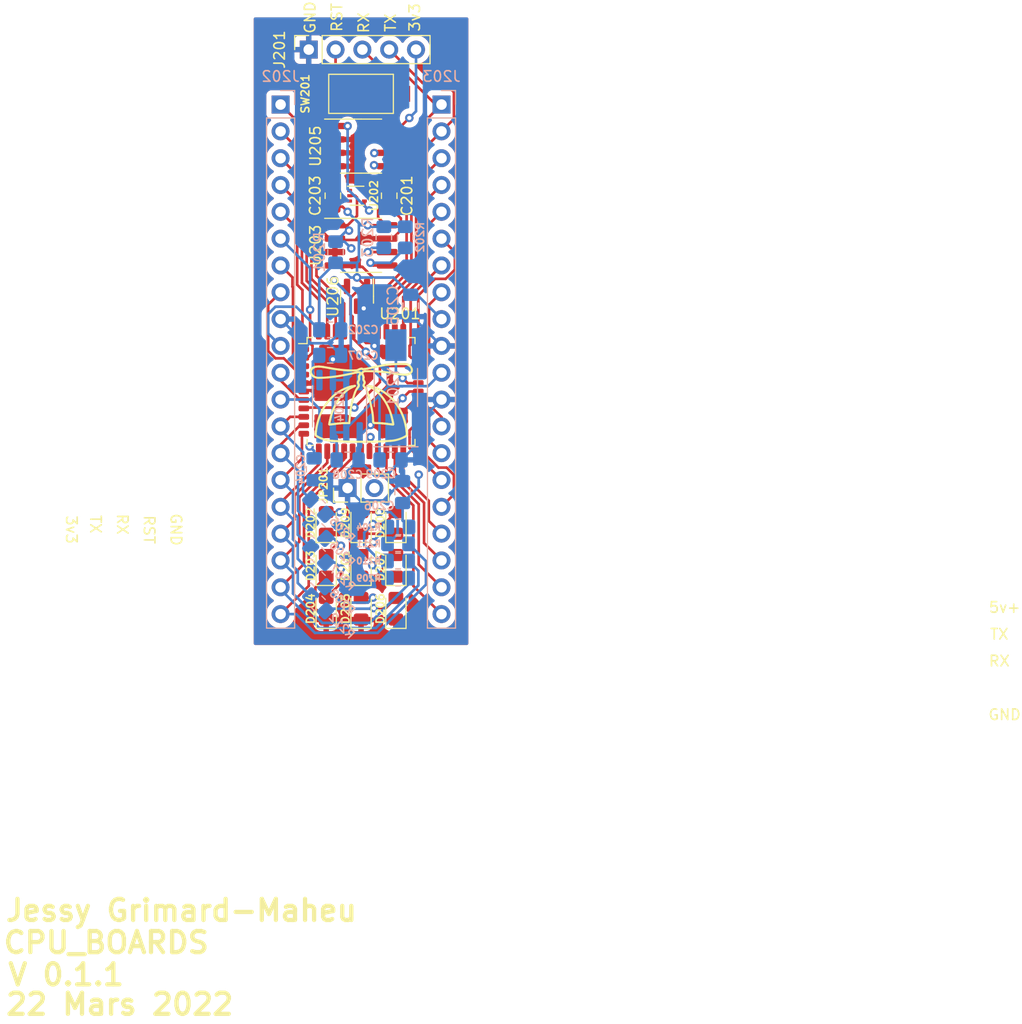
<source format=kicad_pcb>
(kicad_pcb (version 20211014) (generator pcbnew)
  (layers (0 "F.Cu" signal) (1 "In1.Cu" signal) (2 "In2.Cu" signal) (31 "B.Cu" signal) (34 "B.Paste" user) (35 "F.Paste" user) (36 "B.SilkS" user "B.Silkscreen") (37 "F.SilkS" user "F.Silkscreen") (38 "B.Mask" user) (39 "F.Mask" user) (44 "Edge.Cuts" user))
  (net 0 "")
  (net 1 "/Propeller/P4")
  (net 2 "/Propeller/P5")
  (net 3 "/Propeller/P6")
  (net 4 "/Propeller/P7")
  (net 5 "GND")
  (net 6 "/Propeller/Reset")
  (net 7 "/Propeller/3V3")
  (net 8 "/Propeller/P8")
  (net 9 "/Propeller/P9")
  (net 10 "/Propeller/P10")
  (net 11 "/Propeller/P11")
  (net 12 "/Propeller/P12")
  (net 13 "/Propeller/P13")
  (net 14 "/Propeller/P14")
  (net 15 "/Propeller/P15")
  (net 16 "/Propeller/P16")
  (net 17 "/Propeller/P17")
  (net 18 "/Propeller/P18")
  (net 19 "/Propeller/P19")
  (net 20 "/Propeller/P20")
  (net 21 "/Propeller/P21")
  (net 22 "/Propeller/P22")
  (net 23 "/Propeller/P23")
  (net 24 "Net-(D201-Pad2)")
  (net 25 "Net-(D202-Pad2)")
  (net 26 "/Propeller/P24")
  (net 27 "/Propeller/P25")
  (net 28 "/Propeller/P26")
  (net 29 "/Propeller/P27")
  (net 30 "/Propeller/P28_SCL")
  (net 31 "/Propeller/P29_SDA")
  (net 32 "/Propeller/P30_TX")
  (net 33 "/Propeller/P31_RX")
  (net 34 "/Propeller/P0")
  (net 35 "/Propeller/P1")
  (net 36 "/Propeller/P2")
  (net 37 "/Propeller/P3")
  (net 38 "Net-(D203-Pad2)")
  (net 39 "Net-(D204-Pad2)")
  (net 40 "Net-(D205-Pad2)")
  (net 41 "Net-(D206-Pad2)")
  (net 42 "Net-(D207-Pad2)")
  (net 43 "Net-(D208-Pad2)")
  (net 44 "Net-(D209-Pad2)")
  (net 45 "Net-(U201-Pad28)")
  (net 46 "Net-(U201-Pad29)")
  (net 48 "Net-(JP201-Pad2)")
  (net 49 "Net-(U202-Pad4)")
  (net 50 "/Propeller/7-12V")
  (net 51 "/Propeller/5V")
  (footprint "Package_SO:SOIC-8-1EP_3.9x4.9mm_P1.27mm_EP2.41x3.81mm" (layer "F.Cu") (at 63.246 29.718)
    (fp_text reference "U205")
    (fp_text value "24LC512")
  )
  (footprint "LED_SMD:LED_0805_2012Metric_Pad1.15x1.40mm_HandSolder" (layer "F.Cu") (at 59.944 69.469 90)
    (fp_text reference "D203")
    (fp_text value "LED_P9")
  )
  (footprint "Package_QFP:LQFP-44_10x10mm_P0.8mm" (layer "F.Cu") (at 63.246 52.959)
    (fp_text reference "U201")
    (fp_text value "P8X32A-Q44")
  )
  (footprint "LED_SMD:LED_0805_2012Metric_Pad1.15x1.40mm_HandSolder" (layer "F.Cu") (at 59.944 73.533 90)
    (fp_text reference "D204")
    (fp_text value "LED_P10")
  )
  (footprint "Package_TO_SOT_SMD:SOT-23" (layer "F.Cu") (at 62.865 43.942 -90)
    (fp_text reference "U206")
    (fp_text value "TS3480CX33RFG")
  )
  (footprint "Connector_PinSocket_2.54mm:PinSocket_1x05_P2.54mm_Vertical" (layer "F.Cu") (at 58.293 20.574 90)
    (fp_text reference "J201")
    (fp_text value "ProgUSB")
  )
  (footprint "LED_SMD:LED_0805_2012Metric_Pad1.15x1.40mm_HandSolder" (layer "F.Cu") (at 59.944 65.405 90)
    (fp_text reference "D202")
    (fp_text value "LED_P8")
  )
  (footprint "Package_TO_SOT_SMD:SOT-553" (layer "F.Cu") (at 62.865 34.417)
    (fp_text reference "U202")
    (fp_text value "74LVC1GU04")
  )
  (footprint "Capacitor_SMD:C_0805_2012Metric_Pad1.18x1.45mm_HandSolder" (layer "F.Cu") (at 65.913 34.417 -90)
    (fp_text reference "C201")
    (fp_text value "0.1µF")
  )
  (footprint "Package_SO:SOIC-8-1EP_3.9x4.9mm_P1.27mm_EP2.41x3.81mm" (layer "F.Cu") (at 63.246 39.116)
    (fp_text reference "U203")
    (fp_text value "24LC256")
  )
  (footprint "LED_SMD:LED_0805_2012Metric_Pad1.15x1.40mm_HandSolder" (layer "F.Cu") (at 66.548 65.405 90)
    (fp_text reference "D208")
    (fp_text value "LED_P14")
  )
  (footprint "LED_SMD:LED_0805_2012Metric_Pad1.15x1.40mm_HandSolder" (layer "F.Cu") (at 63.246 69.469 90)
    (fp_text reference "D201")
    (fp_text value "LED_POWER")
  )
  (footprint "Capacitor_SMD:C_0805_2012Metric_Pad1.18x1.45mm_HandSolder" (layer "F.Cu") (at 60.579 34.417 90)
    (fp_text reference "C203")
    (fp_text value "0.1µF")
  )
  (footprint "LED_SMD:LED_0805_2012Metric_Pad1.15x1.40mm_HandSolder" (layer "F.Cu") (at 66.548 69.469 90)
    (fp_text reference "D207")
    (fp_text value "LED_P13")
  )
  (footprint "LED_SMD:LED_0805_2012Metric_Pad1.15x1.40mm_HandSolder" (layer "F.Cu") (at 63.246 65.405 90)
    (fp_text reference "D209")
    (fp_text value "LED_P15")
  )
  (footprint "Button_Switch_SMD:SW_SPST_CK_RS282G05A3" (layer "F.Cu") (at 63.246 24.765)
    (fp_text reference "SW201")
    (fp_text value "SW_Reset")
  )
  (footprint "Connector_PinHeader_2.54mm:PinHeader_1x02_P2.54mm_Vertical" (layer "F.Cu") (at 61.971 62.103 90)
    (fp_text reference "JP201")
    (fp_text value "MemSelect")
  )
  (footprint "LED_SMD:LED_0805_2012Metric_Pad1.15x1.40mm_HandSolder" (layer "F.Cu") (at 66.548 73.533 90)
    (fp_text reference "D206")
    (fp_text value "LED_P12")
  )
  (footprint "LED_SMD:LED_0805_2012Metric_Pad1.15x1.40mm_HandSolder" (layer "F.Cu") (at 63.246 73.533 90)
    (fp_text reference "D205")
    (fp_text value "LED_P11")
  )
  (footprint "Crystal:Crystal_SMD_MicroCrystal_CC1V-T1A-2Pin_8.0x3.7mm_HandSoldering" (layer "B.Cu") (at 66.548 52.578 90)
    (fp_text reference "Y201")
    (fp_text value "5MHz")
  )
  (footprint "Resistor_SMD:R_0805_2012Metric_Pad1.20x1.40mm_HandSolder" (layer "B.Cu") (at 65.405 38.354 -90)
    (fp_text reference "R203")
    (fp_text value "10k")
  )
  (footprint "Capacitor_SMD:C_0805_2012Metric_Pad1.18x1.45mm_HandSolder" (layer "B.Cu") (at 60.325 49.53)
    (fp_text reference "C207")
    (fp_text value "0.1µF")
  )
  (footprint "Resistor_SMD:R_0805_2012Metric_Pad1.20x1.40mm_HandSolder" (layer "B.Cu") (at 66.7512 67.3862 180)
    (fp_text reference "R211")
    (fp_text value "470")
  )
  (footprint "Capacitor_SMD:C_0805_2012Metric_Pad1.18x1.45mm_HandSolder" (layer "B.Cu") (at 67.945 44.831 -90)
    (fp_text reference "C205")
    (fp_text value "0.1µF")
  )
  (footprint "Package_SO:SOIC-8-1EP_3.9x4.9mm_P1.27mm_EP2.29x3mm" (layer "B.Cu") (at 61.214 54.356 90)
    (fp_text reference "U204")
    (fp_text value "MC33269D-5V")
  )
  (footprint "Resistor_SMD:R_0805_2012Metric_Pad1.20x1.40mm_HandSolder" (layer "B.Cu") (at 59.182 66.167 -45)
    (fp_text reference "R206")
    (fp_text value "470")
  )
  (footprint "Capacitor_SMD:C_0805_2012Metric_Pad1.18x1.45mm_HandSolder" (layer "B.Cu") (at 67.183 62.484 90)
    (fp_text reference "C206")
    (fp_text value "0.1µF")
  )
  (footprint "Resistor_SMD:R_0805_2012Metric_Pad1.20x1.40mm_HandSolder" (layer "B.Cu") (at 59.182 70.739 -45)
    (fp_text reference "R208")
    (fp_text value "470")
  )
  (footprint "Connector_PinHeader_2.54mm:PinHeader_1x20_P2.54mm_Vertical" (layer "B.Cu") (at 55.626 25.781 180)
    (fp_text reference "J202")
    (fp_text value "Conn_01x20_Male")
  )
  (footprint "Capacitor_SMD:C_0805_2012Metric_Pad1.18x1.45mm_HandSolder" (layer "B.Cu") (at 66.04 59.436)
    (fp_text reference "C209")
    (fp_text value "0.1µF")
  )
  (footprint "Resistor_SMD:R_0805_2012Metric_Pad1.20x1.40mm_HandSolder" (layer "B.Cu") (at 66.786 65.786 180)
    (fp_text reference "R204")
    (fp_text value "470")
  )
  (footprint "Resistor_SMD:R_0805_2012Metric_Pad1.20x1.40mm_HandSolder" (layer "B.Cu") (at 66.7512 69.0118 180)
    (fp_text reference "R210")
    (fp_text value "470")
  )
  (footprint "Resistor_SMD:R_0805_2012Metric_Pad1.20x1.40mm_HandSolder" (layer "B.Cu") (at 66.7512 70.6374 180)
    (fp_text reference "R209")
    (fp_text value "470")
  )
  (footprint "Capacitor_SMD:C_0805_2012Metric_Pad1.18x1.45mm_HandSolder" (layer "B.Cu") (at 60.325 47.117)
    (fp_text reference "C202")
    (fp_text value "0.1µF")
  )
  (footprint "Resistor_SMD:R_0805_2012Metric_Pad1.20x1.40mm_HandSolder" (layer "B.Cu") (at 59.182 63.881 -45)
    (fp_text reference "R205")
    (fp_text value "470")
  )
  (footprint "Resistor_SMD:R_0805_2012Metric_Pad1.20x1.40mm_HandSolder" (layer "B.Cu") (at 59.182 68.453 -45)
    (fp_text reference "R207")
    (fp_text value "470")
  )
  (footprint "Capacitor_SMD:C_0805_2012Metric_Pad1.18x1.45mm_HandSolder" (layer "B.Cu") (at 58.801 60.325 -90)
    (fp_text reference "C204")
    (fp_text value "0.1µF")
  )
  (footprint "Capacitor_SMD:C_0805_2012Metric_Pad1.18x1.45mm_HandSolder" (layer "B.Cu") (at 61.976 59.436)
    (fp_text reference "C208")
    (fp_text value "10µF")
  )
  (footprint "Resistor_SMD:R_0805_2012Metric_Pad1.20x1.40mm_HandSolder" (layer "B.Cu") (at 67.437 38.354 -90)
    (fp_text reference "R202")
    (fp_text value "10k")
  )
  (footprint "Connector_PinHeader_2.54mm:PinHeader_1x20_P2.54mm_Vertical" (layer "B.Cu") (at 70.866 25.781 180)
    (fp_text reference "J203")
    (fp_text value "Conn_01x20_Male")
  )
  (footprint "Resistor_SMD:R_0805_2012Metric_Pad1.20x1.40mm_HandSolder" (layer "B.Cu") (at 60.833 39.767 90)
    (fp_text reference "R201")
    (fp_text value "10k")
  )
  (footprint "Resistor_SMD:R_0805_2012Metric_Pad1.20x1.40mm_HandSolder" (layer "B.Cu") (at 59.182 73.025 -45)
    (fp_text reference "R212")
    (fp_text value "470")
  )
  (gr_arc (start 62.296786 54.500626) (mid 62.374147 54.099532) (end 62.469386 53.702304) (layer "F.SilkS") (width 0.2))
  (gr_arc (start 63.613815 50.824504) (mid 63.520577 50.833584) (end 63.42712 50.840024) (layer "F.SilkS") (width 0.2))
  (gr_line (start 64.1816 52.468074) (end 63.866945 52.414854) (layer "F.SilkS") (width 0.2))
  (gr_arc (start 63.038468 50.874787) (mid 62.867357 50.937992) (end 62.68663 50.962726) (layer "F.SilkS") (width 0.2))
  (gr_arc (start 63.572434 52.176351) (mid 63.554552 52.217769) (end 63.532606 52.257184) (layer "F.SilkS") (width 0.2))
  (gr_arc (start 61.144949 53.684805) (mid 61.406631 53.344078) (end 61.700783 53.030952) (layer "F.SilkS") (width 0.2))
  (gr_arc (start 66.291187 56.070969) (mid 66.27897 56.078854) (end 66.26459 56.081006) (layer "F.SilkS") (width 0.2))
  (gr_arc (start 64.44715 55.918711) (mid 64.417656 55.894645) (end 64.401098 55.860369) (layer "F.SilkS") (width 0.2))
  (gr_arc (start 66.810582 50.357199) (mid 67.076992 50.355779) (end 67.343403 50.356859) (layer "F.SilkS") (width 0.2))
  (gr_arc (start 58.489797 51.103438) (mid 58.502129 50.974109) (end 58.552948 50.854546) (layer "F.SilkS") (width 0.2))
  (gr_arc (start 65.66187 50.429656) (mid 65.848867 50.410412) (end 66.036139 50.394053) (layer "F.SilkS") (width 0.2))
  (gr_arc (start 63.146459 50.828322) (mid 63.19466 50.813113) (end 63.244017 50.802223) (layer "F.SilkS") (width 0.2))
  (gr_arc (start 62.67798 53.042381) (mid 62.775911 52.827247) (end 62.903935 52.628544) (layer "F.SilkS") (width 0.2))
  (gr_arc (start 63.06153 51.804543) (mid 63.052617 51.844085) (end 63.040246 51.882686) (layer "F.SilkS") (width 0.2))
  (gr_arc (start 62.960171 52.174166) (mid 62.951663 52.14019) (end 62.949581 52.105226) (layer "F.SilkS") (width 0.2))
  (gr_arc (start 67.343403 50.356859) (mid 67.460653 50.362771) (end 67.577005 50.378413) (layer "F.SilkS") (width 0.2))
  (gr_arc (start 64.320062 54.941906) (mid 64.370195 55.338958) (end 64.386945 55.738811) (layer "F.SilkS") (width 0.2))
  (gr_arc (start 59.656036 50.635001) (mid 59.961912 50.685602) (end 60.266945 50.741061) (layer "F.SilkS") (width 0.2))
  (gr_arc (start 66.680405 54.267124) (mid 66.901965 54.626013) (end 67.092197 55.002446) (layer "F.SilkS") (width 0.2))
  (gr_arc (start 60.269487 55.859278) (mid 60.291715 55.751118) (end 60.315702 55.643334) (layer "F.SilkS") (width 0.2))
  (gr_arc (start 63.421998 51.4193) (mid 63.396512 51.368474) (end 63.373764 51.316364) (layer "F.SilkS") (width 0.2))
  (gr_arc (start 63.040246 51.882686) (mid 63.025007 51.918202) (end 63.006232 51.951983) (layer "F.SilkS") (width 0.2))
  (gr_arc (start 62.996294 52.248821) (mid 62.976134 52.212509) (end 62.960171 52.174166) (layer "F.SilkS") (width 0.2))
  (gr_arc (start 63.42712 50.840024) (mid 63.394982 50.834991) (end 63.367691 50.81729) (layer "F.SilkS") (width 0.2))
  (gr_arc (start 66.036139 50.394053) (mid 66.23743 50.379574) (end 66.438919 50.368163) (layer "F.SilkS") (width 0.2))
  (gr_arc (start 64.806945 55.950153) (mid 64.676409 55.948442) (end 64.545927 55.944309) (layer "F.SilkS") (width 0.2))
  (gr_arc (start 60.234281 56.043887) (mid 60.251602 55.951529) (end 60.269487 55.859278) (layer "F.SilkS") (width 0.2))
  (gr_arc (start 60.242704 56.070969) (mid 60.235151 56.058467) (end 60.234281 56.043887) (layer "F.SilkS") (width 0.2))
  (gr_arc (start 60.78994 56.02648) (mid 60.689851 56.04032) (end 60.5896 56.052932) (layer "F.SilkS") (width 0.2))
  (gr_arc (start 58.950854 56.9832) (mid 58.961624 56.852071) (end 58.975537 56.721238) (layer "F.SilkS") (width 0.2))
  (gr_arc (start 63.584172 52.105448) (mid 63.58174 52.141468) (end 63.572434 52.176351) (layer "F.SilkS") (width 0.2))
  (gr_arc (start 63.523479 51.94529) (mid 63.547791 51.988028) (end 63.568519 52.032614) (layer "F.SilkS") (width 0.2))
  (gr_arc (start 62.949581 52.105226) (mid 62.953974 52.068952) (end 62.964583 52.033987) (layer "F.SilkS") (width 0.2))
  (gr_arc (start 61.275413 55.973238) (mid 61.399108 55.963843) (end 61.522912 55.956025) (layer "F.SilkS") (width 0.2))
  (gr_arc (start 62.964583 52.033987) (mid 62.983596 51.992065) (end 63.006232 51.951983) (layer "F.SilkS") (width 0.2))
  (gr_arc (start 63.568519 52.032614) (mid 63.579676 52.068315) (end 63.584172 52.105448) (layer "F.SilkS") (width 0.2))
  (gr_arc (start 61.994915 50.955427) (mid 61.577226 50.927111) (end 61.160956 50.882549) (layer "F.SilkS") (width 0.2))
  (gr_arc (start 67.386198 55.824663) (mid 67.488366 56.269861) (end 67.558353 56.721238) (layer "F.SilkS") (width 0.2))
  (gr_arc (start 64.226945 52.598623) (mid 64.547526 52.793451) (end 64.835823 53.033481) (layer "F.SilkS") (width 0.2))
  (gr_arc (start 63.004688 51.131556) (mid 63.056582 51.133665) (end 63.107184 51.145367) (layer "F.SilkS") (width 0.2))
  (gr_arc (start 67.566367 57.096278) (mid 67.541627 57.140045) (end 67.504934 57.174414) (layer "F.SilkS") (width 0.2))
  (gr_arc (start 67.727562 50.434084) (mid 67.802572 50.484979) (end 67.870582 50.544908) (layer "F.SilkS") (width 0.2))
  (gr_arc (start 64.806945 55.950153) (mid 64.905848 55.951814) (end 65.004674 55.956038) (layer "F.SilkS") (width 0.2))
  (gr_arc (start 61.71182 52.693086) (mid 61.83727 52.640147) (end 61.963995 52.590335) (layer "F.SilkS") (width 0.2))
  (gr_arc (start 60.688046 54.495555) (mid 60.897812 54.07965) (end 61.144949 53.684805) (layer "F.SilkS") (width 0.2))
  (gr_arc (start 63.266945 57.722029) (mid 61.888002 57.7001) (end 60.510454 57.634335) (layer "F.SilkS") (width 0.2))
  (gr_arc (start 58.799808 51.555428) (mid 58.67885 51.471392) (end 58.580411 51.361835) (layer "F.SilkS") (width 0.2))
  (gr_arc (start 62.469386 53.702304) (mid 62.565689 53.369816) (end 62.67798 53.042381) (layer "F.SilkS") (width 0.2))
  (gr_arc (start 60.117667 51.621513) (mid 59.677285 51.65127) (end 59.236061 51.663226) (layer "F.SilkS") (width 0.2))
  (gr_arc (start 68.036908 51.061843) (mid 67.96385 51.176478) (end 67.856231 51.259527) (layer "F.SilkS") (width 0.2))
  (gr_arc (start 64.545927 55.944309) (mid 64.495172 55.936781) (end 64.44715 55.918711) (layer "F.SilkS") (width 0.2))
  (gr_arc (start 63.051801 51.548334) (mid 63.060632 51.515029) (end 63.07304 51.482885) (layer "F.SilkS") (width 0.2))
  (gr_arc (start 63.466792 51.805207) (mid 63.462152 51.773567) (end 63.460876 51.741615) (layer "F.SilkS") (width 0.2))
  (gr_arc (start 62.452322 51.234438) (mid 61.834552 51.365786) (end 61.213439 51.480284) (layer "F.SilkS") (width 0.2))
  (gr_arc (start 64.787577 50.590438) (mid 64.955238 50.555797) (end 65.123015 50.521727) (layer "F.SilkS") (width 0.2))
  (gr_arc (start 64.401098 55.860369) (mid 64.390495 55.800001) (end 64.386945 55.738811) (layer "F.SilkS") (width 0.2))
  (gr_arc (start 65.255441 55.973238) (mid 65.385481 55.984662) (end 65.515366 55.997735) (layer "F.SilkS") (width 0.2))
  (gr_arc (start 63.322088 50.797202) (mid 63.346771 50.802974) (end 63.367691 50.81729) (layer "F.SilkS") (width 0.2))
  (gr_arc (start 63.04569 51.614462) (mid 63.046885 51.581226) (end 63.051801 51.548334) (layer "F.SilkS") (width 0.2))
  (gr_arc (start 63.460876 51.741615) (mid 63.464285 51.718768) (end 63.473671 51.697662) (layer "F.SilkS") (width 0.2))
  (gr_arc (start 67.340449 51.371115) (mid 67.187732 51.36098) (end 67.035305 51.347148) (layer "F.SilkS") (width 0.2))
  (gr_arc (start 63.41714 51.126928) (mid 63.523774 51.056025) (end 63.649392 51.031161) (layer "F.SilkS") (width 0.2))
  (gr_arc (start 62.193503 52.509901) (mid 62.272155 52.487897) (end 62.352291 52.472132) (layer "F.SilkS") (width 0.2))
  (gr_arc (start 66.438919 50.368163) (mid 66.624697 50.360872) (end 66.810582 50.357199) (layer "F.SilkS") (width 0.2))
  (gr_arc (start 66.157629 53.629109) (mid 66.433508 53.936243) (end 66.680405 54.267124) (layer "F.SilkS") (width 0.2))
  (gr_arc (start 58.967524 57.096278) (mid 58.95305 57.040644) (end 58.950854 56.9832) (layer "F.SilkS") (width 0.2))
  (gr_arc (start 63.07304 51.482885) (mid 63.088157 51.454569) (end 63.106945 51.428544) (layer "F.SilkS") (width 0.2))
  (gr_arc (start 60.2693 56.081006) (mid 60.25492 56.078854) (end 60.242704 56.070969) (layer "F.SilkS") (width 0.2))
  (gr_arc (start 61.017789 55.997737) (mid 61.146524 55.984674) (end 61.275413 55.973238) (layer "F.SilkS") (width 0.2))
  (gr_arc (start 65.386945 50.470505) (mid 65.524027 50.447521) (end 65.66187 50.429656) (layer "F.SilkS") (width 0.2))
  (gr_arc (start 60.78994 56.02648) (mid 60.903735 56.011081) (end 61.017789 55.997737) (layer "F.SilkS") (width 0.2))
  (gr_arc (start 62.991358 52.500698) (mid 62.94909 52.565608) (end 62.903935 52.628544) (layer "F.SilkS") (width 0.2))
  (gr_arc (start 67.870582 50.544908) (mid 67.969762 50.667647) (end 68.040961 50.808474) (layer "F.SilkS") (width 0.2))
  (gr_arc (start 58.975537 56.721238) (mid 59.084856 56.08982) (end 59.260964 55.473683) (layer "F.SilkS") (width 0.2))
  (gr_arc (start 67.577005 50.378413) (mid 67.65478 50.399496) (end 67.727562 50.434084) (layer "F.SilkS") (width 0.2))
  (gr_arc (start 60.376331 55.392769) (mid 60.512731 54.937402) (end 60.688046 54.495555) (layer "F.SilkS") (width 0.2))
  (gr_arc (start 63.141152 51.374992) (mid 63.125715 51.402833) (end 63.106945 51.428544) (layer "F.SilkS") (width 0.2))
  (gr_arc (start 62.452322 51.234438) (mid 62.636307 51.193746) (end 62.820723 51.155055) (layer "F.SilkS") (width 0.2))
  (gr_arc (start 61.160956 50.882549) (mid 60.71286 50.818698) (end 60.266945 50.741061) (layer "F.SilkS") (width 0.2))
  (gr_arc (start 59.799413 54.358311) (mid 60.147944 53.879978) (end 60.553017 53.448477) (layer "F.SilkS") (width 0.2))
  (gr_arc (start 67.558353 56.721238) (mid 67.572267 56.852071) (end 67.583037 56.9832) (layer "F.SilkS") (width 0.2))
  (gr_arc (start 65.391324 53.688312) (mid 65.637622 54.082359) (end 65.846683 54.497364) (layer "F.SilkS") (width 0.2))
  (gr_arc (start 63.596281 52.562325) (mid 63.739611 52.744962) (end 63.835415 52.956436) (layer "F.SilkS") (width 0.2))
  (gr_arc (start 66.157559 55.392769) (mid 66.188518 55.517896) (end 66.218189 55.643334) (layer "F.SilkS") (width 0.2))
  (gr_arc (start 63.457881 51.499759) (mid 63.47061 51.53997) (end 63.480002 51.581089) (layer "F.SilkS") (width 0.2))
  (gr_arc (start 63.488329 51.876588) (mid 63.475872 51.841407) (end 63.466792 51.805207) (layer "F.SilkS") (width 0.2))
  (gr_arc (start 60.415924 56.070371) (mid 60.342635 56.076008) (end 60.2693 56.081006) (layer "F.SilkS") (width 0.2))
  (gr_arc (start 67.504934 57.174414) (mid 67.429673 57.222653) (end 67.351576 57.26615) (layer "F.SilkS") (width 0.2))
  (gr_arc (start 64.835823 53.033481) (mid 65.129775 53.347152) (end 65.391324 53.688312) (layer "F.SilkS") (width 0.2))
  (gr_arc (start 66.218189 55.643334) (mid 66.242176 55.751118) (end 66.264404 55.859278) (layer "F.SilkS") (width 0.2))
  (gr_arc (start 63.519545 52.474984) (mid 63.500171 52.44293) (end 63.488447 52.407358) (layer "F.SilkS") (width 0.2))
  (gr_arc (start 60.553017 53.448477) (mid 60.989377 53.093705) (end 61.472291 52.80549) (layer "F.SilkS") (width 0.2))
  (gr_arc (start 63.170756 51.249168) (mid 63.168779 51.280732) (end 63.163288 51.311878) (layer "F.SilkS") (width 0.2))
  (gr_arc (start 59.26625 50.596934) (mid 59.461701 50.610252) (end 59.656036 50.635001) (layer "F.SilkS") (width 0.2))
  (gr_arc (start 61.700783 53.030952) (mid 61.987563 52.793762) (end 62.306945 52.602719) (layer "F.SilkS") (width 0.2))
  (gr_arc (start 63.649392 51.031161) (mid 64.080144 51.035324) (end 64.510742 51.047574) (layer "F.SilkS") (width 0.2))
  (gr_arc (start 62.996294 52.248821) (mid 63.016692 52.288098) (end 63.030236 52.330233) (layer "F.SilkS") (width 0.2))
  (gr_arc (start 65.174926 52.869803) (mid 65.442856 53.038647) (end 65.699776 53.223816) (layer "F.SilkS") (width 0.2))
  (gr_arc (start 60.510454 57.634335) (mid 59.827279 57.51916) (end 59.182315 57.26615) (layer "F.SilkS") (width 0.2))
  (gr_arc (start 63.161272 51.197033) (mid 63.168452 51.222657) (end 63.170756 51.249168) (layer "F.SilkS") (width 0.2))
  (gr_arc (start 64.439493 50.664203) (mid 64.613473 50.627026) (end 64.787577 50.590438) (layer "F.SilkS") (width 0.2))
  (gr_arc (start 63.056698 51.670688) (mid 63.064932 51.69966) (end 63.067878 51.729634) (layer "F.SilkS") (width 0.2))
  (gr_arc (start 61.522912 55.956025) (mid 61.619722 55.951811) (end 61.716609 55.950153) (layer "F.SilkS") (width 0.2))
  (gr_arc (start 63.835415 52.956436) (mid 63.978371 53.435475) (end 64.106554 53.918676) (layer "F.SilkS") (width 0.2))
  (gr_arc (start 65.123015 50.521727) (mid 65.254891 50.495658) (end 65.386945 50.470505) (layer "F.SilkS") (width 0.2))
  (gr_arc (start 63.373428 51.185663) (mid 63.393099 51.154669) (end 63.41714 51.126928) (layer "F.SilkS") (width 0.2))
  (gr_arc (start 67.529896 51.363612) (mid 67.435348 51.371807) (end 67.340449 51.371115) (layer "F.SilkS") (width 0.2))
  (gr_arc (start 63.850506 50.789606) (mid 63.732467 50.809136) (end 63.613815 50.824504) (layer "F.SilkS") (width 0.2))
  (gr_line (start 62.126272 55.948544) (end 61.716609 55.950153) (layer "F.SilkS") (width 0.2))
  (gr_arc (start 59.236061 51.663226) (mid 59.011185 51.636642) (end 58.799808 51.555428) (layer "F.SilkS") (width 0.2))
  (gr_arc (start 66.023436 57.634335) (mid 64.645888 57.7001) (end 63.266945 57.722029) (layer "F.SilkS") (width 0.2))
  (gr_arc (start 62.820723 51.155055) (mid 62.912269 51.139885) (end 63.004688 51.131556) (layer "F.SilkS") (width 0.2))
  (gr_arc (start 67.351576 57.26615) (mid 66.706611 57.51916) (end 66.023436 57.634335) (layer "F.SilkS") (width 0.2))
  (gr_arc (start 61.213439 51.480284) (mid 60.666984 51.562) (end 60.117667 51.621513) (layer "F.SilkS") (width 0.2))
  (gr_arc (start 67.583037 56.9832) (mid 67.580841 57.040644) (end 67.566367 57.096278) (layer "F.SilkS") (width 0.2))
  (gr_arc (start 60.5896 56.052932) (mid 60.502845 56.062474) (end 60.415924 56.070371) (layer "F.SilkS") (width 0.2))
  (gr_arc (start 64.132926 50.73183) (mid 63.992008 50.762147) (end 63.850506 50.789606) (layer "F.SilkS") (width 0.2))
  (gr_arc (start 66.264404 55.859278) (mid 66.282288 55.951529) (end 66.29961 56.043887) (layer "F.SilkS") (width 0.2))
  (gr_arc (start 65.94429 56.052932) (mid 65.844039 56.04032) (end 65.743951 56.02648) (layer "F.SilkS") (width 0.2))
  (gr_arc (start 63.488447 52.407358) (mid 63.486058 52.373504) (end 63.492806 52.340243) (layer "F.SilkS") (width 0.2))
  (gr_arc (start 64.64669 52.604006) (mid 64.915131 52.728313) (end 65.174926 52.869803) (layer "F.SilkS") (width 0.2))
  (gr_arc (start 58.748791 50.682259) (mid 58.864319 50.639073) (end 58.984733 50.612382) (layer "F.SilkS") (width 0.2))
  (gr_arc (start 63.163288 51.311878) (mid 63.153907 51.344027) (end 63.141152 51.374992) (layer "F.SilkS") (width 0.2))
  (gr_arc (start 64.132926 50.73183) (mid 64.286126 50.69764) (end 64.439493 50.664203) (layer "F.SilkS") (width 0.2))
  (gr_arc (start 65.004674 55.956038) (mid 65.130113 55.963835) (end 65.255441 55.973238) (layer "F.SilkS") (width 0.2))
  (gr_arc (start 63.373764 51.316364) (mid 63.363152 51.281174) (end 63.359164 51.244635) (layer "F.SilkS") (width 0.2))
  (gr_arc (start 67.092197 55.002446) (mid 67.25605 55.407529) (end 67.386198 55.824663) (layer "F.SilkS") (width 0.2))
  (gr_arc (start 66.26459 56.081006) (mid 66.191255 56.076008) (end 66.117967 56.070371) (layer "F.SilkS") (width 0.2))
  (gr_arc (start 66.673362 51.301295) (mid 66.47928 51.270216) (end 66.285813 51.235509) (layer "F.SilkS") (width 0.2))
  (gr_arc (start 63.067878 51.729634) (mid 63.066447 51.767236) (end 63.06153 51.804543) (layer "F.SilkS") (width 0.2))
  (gr_arc (start 58.984733 50.612382) (mid 59.12513 50.598071) (end 59.26625 50.596934) (layer "F.SilkS") (width 0.2))
  (gr_arc (start 59.260964 55.473683) (mid 59.497284 54.900112) (end 59.799413 54.358311) (layer "F.SilkS") (width 0.2))
  (gr_line (start 62.306945 52.602719) (end 62.666945 52.422971) (layer "F.SilkS") (width 0.2))
  (gr_arc (start 64.1816 52.468074) (mid 64.418119 52.522444) (end 64.64669 52.604006) (layer "F.SilkS") (width 0.2))
  (gr_arc (start 66.117967 56.070371) (mid 66.031046 56.062474) (end 65.94429 56.052932) (layer "F.SilkS") (width 0.2))
  (gr_arc (start 64.106554 53.918676) (mid 64.223093 54.428249) (end 64.320062 54.941906) (layer "F.SilkS") (width 0.2))
  (gr_arc (start 67.035305 51.347148) (mid 66.854065 51.326339) (end 66.673362 51.301295) (layer "F.SilkS") (width 0.2))
  (gr_arc (start 59.182315 57.26615) (mid 59.104217 57.222653) (end 59.028956 57.174414) (layer "F.SilkS") (width 0.2))
  (gr_arc (start 58.580411 51.361835) (mid 58.516969 51.238996) (end 58.489797 51.103438) (layer "F.SilkS") (width 0.2))
  (gr_arc (start 66.29961 56.043887) (mid 66.29874 56.058467) (end 66.291187 56.070969) (layer "F.SilkS") (width 0.2))
  (gr_arc (start 62.68663 50.962726) (mid 62.340704 50.96559) (end 61.994915 50.955427) (layer "F.SilkS") (width 0.2))
  (gr_arc (start 62.18176 55.368544) (mid 62.231378 54.933539) (end 62.296786 54.500626) (layer "F.SilkS") (width 0.2))
  (gr_arc (start 64.510742 51.047574) (mid 64.977412 51.072749) (end 65.443033 51.112898) (layer "F.SilkS") (width 0.2))
  (gr_arc (start 63.030236 52.330233) (mid 63.034612 52.36962) (end 63.029782 52.408954) (layer "F.SilkS") (width 0.2))
  (gr_arc (start 63.596281 52.562325) (mid 63.556503 52.519893) (end 63.519545 52.474984) (layer "F.SilkS") (width 0.2))
  (gr_arc (start 67.856231 51.259527) (mid 67.69764 51.325918) (end 67.529896 51.363612) (layer "F.SilkS") (width 0.2))
  (gr_arc (start 63.107184 51.145367) (mid 63.140031 51.165125) (end 63.161272 51.197033) (layer "F.SilkS") (width 0.2))
  (gr_arc (start 63.244017 50.802223) (mid 63.282916 50.797589) (end 63.322088 50.797202) (layer "F.SilkS") (width 0.2))
  (gr_arc (start 63.029782 52.408954) (mid 63.014202 52.456347) (end 62.991358 52.500698) (layer "F.SilkS") (width 0.2))
  (gr_arc (start 63.486611 51.651887) (mid 63.483344 51.67568) (end 63.473671 51.697662) (layer "F.SilkS") (width 0.2))
  (gr_arc (start 63.523479 51.94529) (mid 63.504437 51.91169) (end 63.488329 51.876588) (layer "F.SilkS") (width 0.2))
  (gr_arc (start 68.040961 50.808474) (mid 68.063189 50.935546) (end 68.036908 51.061843) (layer "F.SilkS") (width 0.2))
  (gr_arc (start 63.492806 52.340243) (mid 63.510391 52.297604) (end 63.532606 52.257184) (layer "F.SilkS") (width 0.2))
  (gr_arc (start 65.515366 55.997735) (mid 65.629791 56.011054) (end 65.743951 56.02648) (layer "F.SilkS") (width 0.2))
  (gr_arc (start 65.699776 53.223816) (mid 65.935695 53.418563) (end 66.157629 53.629109) (layer "F.SilkS") (width 0.2))
  (gr_line (start 63.866945 52.414854) (end 64.226945 52.598623) (layer "F.SilkS") (width 0.2))
  (gr_arc (start 58.552948 50.854546) (mid 58.638116 50.753905) (end 58.748791 50.682259) (layer "F.SilkS") (width 0.2))
  (gr_arc (start 61.472291 52.80549) (mid 61.591296 52.747669) (end 61.71182 52.693086) (layer "F.SilkS") (width 0.2))
  (gr_arc (start 63.480002 51.581089) (mid 63.484909 51.616338) (end 63.486611 51.651887) (layer "F.SilkS") (width 0.2))
  (gr_arc (start 63.359164 51.244635) (mid 63.362532 51.214239) (end 63.373428 51.185663) (layer "F.SilkS") (width 0.2))
  (gr_arc (start 59.028956 57.174414) (mid 58.992264 57.140045) (end 58.967524 57.096278) (layer "F.SilkS") (width 0.2))
  (gr_line (start 62.18176 55.368544) (end 62.126272 55.948544) (layer "F.SilkS") (width 0.2))
  (gr_arc (start 63.421998 51.4193) (mid 63.441386 51.458884) (end 63.457881 51.499759) (layer "F.SilkS") (width 0.2))
  (gr_arc (start 65.846683 54.497364) (mid 66.021493 54.938341) (end 66.157559 55.392769) (layer "F.SilkS") (width 0.2))
  (gr_arc (start 63.056698 51.670688) (mid 63.048755 51.643052) (end 63.04569 51.614462) (layer "F.SilkS") (width 0.2))
  (gr_line (start 62.666945 52.422971) (end 62.352291 52.472132) (layer "F.SilkS") (width 0.2))
  (gr_arc (start 65.443033 51.112898) (mid 65.865723 51.165269) (end 66.285813 51.235509) (layer "F.SilkS") (width 0.2))
  (gr_arc (start 60.315702 55.643334) (mid 60.345373 55.517896) (end 60.376331 55.392769) (layer "F.SilkS") (width 0.2))
  (gr_arc (start 63.038468 50.874787) (mid 63.091808 50.850031) (end 63.146459 50.828322) (layer "F.SilkS") (width 0.2))
  (gr_arc (start 61.963995 52.590335) (mid 62.078246 52.548682) (end 62.193503 52.509901) (layer "F.SilkS") (width 0.2))
  (gr_text "V 0.1.1\n" (at 35.306 108.204) (layer "F.SilkS") (effects (font (size 2 2) (thickness 0.4))))
  (gr_text "RX\n" (at 123.698 78.486) (layer "F.SilkS") (effects (font (size 1 1))))
  (gr_text "TX" (at 123.698 75.946) (layer "F.SilkS") (effects (font (size 1 1))))
  (gr_text "RX\n" (at 63.5 18.034 90) (layer "F.SilkS") (effects (font (size 1 1))))
  (gr_text "RST" (at 60.96 17.526 90) (layer "F.SilkS") (effects (font (size 1 1))))
  (gr_text "GND\n" (at 58.42 17.526 90) (layer "F.SilkS") (effects (font (size 1 1))))
  (gr_text "TX" (at 66.04 18.034 90) (layer "F.SilkS") (effects (font (size 1 1))))
  (gr_text "GND\n" (at 45.72 66.04 270) (layer "F.SilkS") (effects (font (size 1 1))))
  (gr_text "GND\n" (at 124.206 83.566) (layer "F.SilkS") (effects (font (size 1 1))))
  (gr_text "RST" (at 43.18 66.04 270) (layer "F.SilkS") (effects (font (size 1 1))))
  (gr_text "22 Mars 2022" (at 40.386 110.998) (layer "F.SilkS") (effects (font (size 2 2) (thickness 0.4))))
  (gr_text "TX" (at 38.1 65.532 270) (layer "F.SilkS") (effects (font (size 1 1))))
  (gr_text "5v+\n" (at 124.206 73.406) (layer "F.SilkS") (effects (font (size 1 1))))
  (gr_text "CPU_BOARDS\n" (at 39.116 105.156) (layer "F.SilkS") (effects (font (size 2 2) (thickness 0.4))))
  (gr_text "Jessy Grimard-Maheu\n" (at 46.228 102.108) (layer "F.SilkS") (effects (font (size 2 2) (thickness 0.4))))
  (gr_text "3v3\n" (at 68.326 17.526 90) (layer "F.SilkS") (effects (font (size 1 1))))
  (gr_text "RX\n" (at 40.64 65.532 270) (layer "F.SilkS") (effects (font (size 1 1))))
  (gr_text "3v3\n" (at 35.814 66.04 270) (layer "F.SilkS") (effects (font (size 1 1))))
  (segment (start 57.198467 42.849579) (end 57.198467 37.513467) (width 0.25) (layer "F.Cu") (net 1))
  (segment (start 57.695499 48.830099) (end 57.695499 43.346611) (width 0.25) (layer "F.Cu") (net 1))
  (segment (start 57.8244 48.959) (end 57.695499 48.830099) (width 0.25) (layer "F.Cu") (net 1))
  (segment (start 57.695499 43.346611) (end 57.198467 42.849579) (width 0.25) (layer "F.Cu") (net 1))
  (segment (start 57.198467 37.513467) (end 55.626 35.941) (width 0.25) (layer "F.Cu") (net 1))
  (segment (start 58.64892 48.630126) (end 58.42 48.401206) (width 0.25) (layer "F.Cu") (net 2))
  (segment (start 58.177794 49.759) (end 58.64892 49.287874) (width 0.25) (layer "F.Cu") (net 2))
  (segment (start 57.8244 49.759) (end 58.177794 49.759) (width 0.25) (layer "F.Cu") (net 2))
  (segment (start 58.64892 49.287874) (end 58.64892 48.630126) (width 0.25) (layer "F.Cu") (net 2))
  (segment (start 58.42 48.401206) (end 58.42 45.212) (width 0.25) (layer "F.Cu") (net 2))
  (via (at 58.42 45.212) (size 0.8) (drill 0.4) (layers "F.Cu" "B.Cu") (net 2))
  (segment (start 58.42 41.275) (end 55.626 38.481) (width 0.25) (layer "B.Cu") (net 2))
  (segment (start 58.42 45.212) (end 58.42 41.275) (width 0.25) (layer "B.Cu") (net 2))
  (segment (start 57.471006 50.559) (end 56.800511 49.888505) (width 0.25) (layer "F.Cu") (net 3))
  (segment (start 57.8244 50.559) (end 57.471006 50.559) (width 0.25) (layer "F.Cu") (net 3))
  (segment (start 56.800511 49.888505) (end 56.800511 43.087326) (width 0.25) (layer "F.Cu") (net 3))
  (segment (start 56.800511 43.087326) (end 56.748957 43.035772) (width 0.25) (layer "F.Cu") (net 3))
  (segment (start 56.748957 42.143957) (end 55.626 41.021) (width 0.25) (layer "F.Cu") (net 3))
  (segment (start 56.748957 43.035772) (end 56.748957 42.143957) (width 0.25) (layer "F.Cu") (net 3))
  (segment (start 57.8244 51.359) (end 57.471006 51.359) (width 0.25) (layer "F.Cu") (net 4))
  (segment (start 55.927517 49.815511) (end 55.139501 49.815511) (width 0.25) (layer "F.Cu") (net 4))
  (segment (start 54.451489 49.127499) (end 54.451489 44.735511) (width 0.25) (layer "F.Cu") (net 4))
  (segment (start 57.471006 51.359) (end 55.927517 49.815511) (width 0.25) (layer "F.Cu") (net 4))
  (segment (start 55.139501 49.815511) (end 54.451489 49.127499) (width 0.25) (layer "F.Cu") (net 4))
  (segment (start 54.451489 44.735511) (end 55.626 43.561) (width 0.25) (layer "F.Cu") (net 4))
  (segment (start 64.135 56.134) (end 63.246 57.023) (width 0.25) (layer "F.Cu") (net 5))
  (segment (start 61.615489 34.891511) (end 61.615489 34.818489) (width 0.25) (layer "F.Cu") (net 5))
  (segment (start 61.615489 34.818489) (end 60.579 33.782) (width 0.25) (layer "F.Cu") (net 5))
  (segment (start 60.579 31.815) (end 60.771 31.623) (width 0.25) (layer "F.Cu") (net 5))
  (segment (start 60.579 33.782) (end 60.579 33.3795) (width 0.25) (layer "F.Cu") (net 5))
  (segment (start 59.346 24.765) (end 59.346 28.034072) (width 0.25) (layer "F.Cu") (net 5))
  (segment (start 59.944 70.494) (end 58.91948 71.51852) (width 0.25) (layer "F.Cu") (net 5))
  (segment (start 63.246 47.2965) (end 63.246 47.887394) (width 0.25) (layer "F.Cu") (net 5))
  (segment (start 57.8244 52.959) (end 57.8244 52.159) (width 0.25) (layer "F.Cu") (net 5))
  (segment (start 60.771 41.148) (end 60.771 39.878) (width 0.25) (layer "F.Cu") (net 5))
  (segment (start 62.165 34.917) (end 61.640978 34.917) (width 0.25) (layer "F.Cu") (net 5))
  (segment (start 60.771 30.353) (end 60.771 29.083) (width 0.25) (layer "F.Cu") (net 5))
  (segment (start 64.43952 43.788552) (end 63.348572 44.8795) (width 0.25) (layer "F.Cu") (net 5))
  (segment (start 62.221 74.558) (end 63.246 74.558) (width 0.25) (layer "F.Cu") (net 5))
  (segment (start 59.47148 37.684552) (end 59.47148 34.48702) (width 0.25) (layer "F.Cu") (net 5))
  (segment (start 60.771 38.608) (end 65.721 38.608) (width 0.25) (layer "F.Cu") (net 5))
  (segment (start 60.394928 29.083) (end 60.771 29.083) (width 0.25) (layer "F.Cu") (net 5))
  (segment (start 62.221 70.494) (end 62.221 74.558) (width 0.25) (layer "F.Cu") (net 5))
  (segment (start 63.246 59.563) (end 63.246 58.6215) (width 0.25) (layer "F.Cu") (net 5))
  (segment (start 63.367072 41.148) (end 64.43952 42.220448) (width 0.25) (layer "F.Cu") (net 5))
  (segment (start 61.985 66.43) (end 62.239 66.43) (width 0.25) (layer "F.Cu") (net 5))
  (segment (start 67.02052 37.684552) (end 67.02052 36.56202) (width 0.25) (layer "F.Cu") (net 5))
  (segment (start 60.771 39.878) (end 60.771 38.608) (width 0.25) (layer "F.Cu") (net 5))
  (segment (start 63.348572 44.8795) (end 62.865 44.8795) (width 0.25) (layer "F.Cu") (net 5))
  (segment (start 63.5 45.085) (end 63.0705 45.085) (width 0.25) (layer "F.Cu") (net 5))
  (segment (start 64.135 56.134) (end 65.939206 56.134) (width 0.25) (layer "F.Cu") (net 5))
  (segment (start 63.246 57.023) (end 63.246 58.6215) (width 0.25) (layer "F.Cu") (net 5))
  (segment (start 60.579 49.911) (end 58.331 52.159) (width 0.25) (layer "F.Cu") (net 5))
  (segment (start 62.865 44.8795) (end 63.246 45.2605) (width 0.25) (layer "F.Cu") (net 5))
  (segment (start 62.22148 70.49352) (end 62.221 70.494) (width 0.25) (layer "F.Cu") (net 5))
  (segment (start 58.293 22.479) (end 58.293 20.574) (width 0.25) (layer "F.Cu") (net 5))
  (segment (start 61.640978 34.917) (end 61.615489 34.891511) (width 0.25) (layer "F.Cu") (net 5))
  (segment (start 64.43952 42.220448) (end 64.43952 43.788552) (width 0.25) (layer "F.Cu") (net 5))
  (segment (start 63.717126 48.35852) (end 64.23352 48.35852) (width 0.25) (layer "F.Cu") (net 5))
  (segment (start 59.346 24.765) (end 59.346 23.532) (width 0.25) (layer "F.Cu") (net 5))
  (segment (start 59.944 66.43) (end 61.985 66.43) (width 0.25) (layer "F.Cu") (net 5))
  (segment (start 60.771 29.083) (end 65.721 29.083) (width 0.25) (layer "F.Cu") (net 5))
  (segment (start 68.6676 53.759) (end 70.828 53.759) (width 0.25) (layer "F.Cu") (net 5))
  (segment (start 60.771 31.623) (end 60.771 30.353) (width 0.25) (layer "F.Cu") (net 5))
  (segment (start 68.314206 53.759) (end 68.6676 53.759) (width 0.25) (layer "F.Cu") (net 5))
  (segment (start 61.971 60.838) (end 63.246 59.563) (width 0.25) (layer "F.Cu") (net 5))
  (segment (start 67.02052 36.56202) (end 65.913 35.4545) (width 0.25) (layer "F.Cu") (net 5))
  (segment (start 58.91948 71.51852) (end 58.91948 73.53348) (width 0.25) (layer "F.Cu") (net 5))
  (segment (start 65.939206 56.134) (end 68.314206 53.759) (width 0.25) (layer "F.Cu") (net 5))
  (segment (start 62.239 66.43) (end 63.246 66.43) (width 0.25) (layer "F.Cu") (net 5))
  (segment (start 63.0705 45.085) (end 62.865 44.8795) (width 0.25) (layer "F.Cu") (net 5))
  (segment (start 63.246 47.887394) (end 63.717126 48.35852) (width 0.25) (layer "F.Cu") (net 5))
  (segment (start 61.971 62.103) (end 61.971 60.838) (width 0.25) (layer "F.Cu") (net 5))
  (segment (start 63.246 74.558) (end 66.548 74.558) (width 0.25) (layer "F.Cu") (net 5))
  (segment (start 58.91948 73.53348) (end 59.944 74.558) (width 0.25) (layer "F.Cu") (net 5))
  (segment (start 65.721 38.608) (end 66.097072 38.608) (width 0.25) (layer "F.Cu") (net 5))
  (segment (start 60.771 41.148) (end 63.367072 41.148) (width 0.25) (layer "F.Cu") (net 5))
  (segment (start 59.346 23.532) (end 58.293 22.479) (width 0.25) (layer "F.Cu") (net 5))
  (segment (start 70.828 53.759) (end 70.866 53.721) (width 0.25) (layer "F.Cu") (net 5))
  (segment (start 64.23352 48.35852) (end 64.516 48.641) (width 0.25) (layer "F.Cu") (net 5))
  (segment (start 62.221 70.494) (end 63.246 70.494) (width 0.25) (layer "F.Cu") (net 5))
  (segment (start 63.246 70.494) (end 66.548 70.494) (width 0.25) (layer "F.Cu") (net 5))
  (segment (start 63.246 66.43) (end 66.548 66.43) (width 0.25) (layer "F.Cu") (net 5))
  (segment (start 59.944 74.558) (end 62.221 74.558) (width 0.25) (layer "F.Cu") (net 5))
  (segment (start 62.239 66.43) (end 62.22148 66.44752) (width 0.25) (layer "F.Cu") (net 5))
  (segment (start 58.331 52.159) (end 57.8244 52.159) (width 0.25) (layer "F.Cu") (net 5))
  (segment (start 59.346 28.034072) (end 60.394928 29.083) (width 0.25) (layer "F.Cu") (net 5))
  (segment (start 60.771 38.608) (end 60.394928 38.608) (width 0.25) (layer "F.Cu") (net 5))
  (segment (start 60.579 33.3795) (end 60.579 31.815) (width 0.25) (layer "F.Cu") (net 5))
  (segment (start 59.47148 34.48702) (end 60.579 33.3795) (width 0.25) (layer "F.Cu") (net 5))
  (segment (start 61.971 62.103) (end 61.971 66.416) (width 0.25) (layer "F.Cu") (net 5))
  (segment (start 62.22148 66.44752) (end 62.22148 70.49352) (width 0.25) (layer "F.Cu") (net 5))
  (segment (start 60.394928 38.608) (end 59.47148 37.684552) (width 0.25) (layer "F.Cu") (net 5))
  (segment (start 63.246 45.2605) (end 63.246 47.2965) (width 0.25) (layer "F.Cu") (net 5))
  (segment (start 66.097072 38.608) (end 67.02052 37.684552) (width 0.25) (layer "F.Cu") (net 5))
  (segment (start 61.971 66.416) (end 61.985 66.43) (width 0.25) (layer "F.Cu") (net 5))
  (via (at 60.579 49.911) (size 0.8) (drill 0.4) (layers "F.Cu" "B.Cu") (net 5))
  (via (at 63.5 45.085) (size 0.8) (drill 0.4) (layers "F.Cu" "B.Cu") (net 5))
  (via (at 64.135 56.134) (size 0.8) (drill 0.4) (layers "F.Cu" "B.Cu") (net 5))
  (via (at 64.516 48.641) (size 0.8) (drill 0.4) (layers "F.Cu" "B.Cu") (net 5))
  (segment (start 63.119 56.831) (end 63.438 56.831) (width 0.25) (layer "B.Cu") (net 5))
  (segment (start 61.3625 49.53) (end 60.2195 48.387) (width 0.25) (layer "B.Cu") (net 5))
  (segment (start 60.2195 48.387) (end 57.912 48.387) (width 0.25) (layer "B.Cu") (net 5))
  (segment (start 63.0135 59.436) (end 61.971 60.4785) (width 0.25) (layer "B.Cu") (net 5))
  (segment (start 67.945 45.8685) (end 68.0935 45.8685) (width 0.25) (layer "B.Cu") (net 5))
  (segment (start 67.0775 59.436) (end 69.691489 56.822011) (width 0.25) (layer "B.Cu") (net 5))
  (segment (start 61.3625 47.244) (end 60.2195 48.387) (width 0.25) (layer "B.Cu") (net 5))
  (segment (start 64.2835 45.8685) (end 63.5 45.085) (width 0.25) (layer "B.Cu") (net 5))
  (segment (start 63.145511 63.277511) (end 65.351989 63.277511) (width 0.25) (layer "B.Cu") (net 5))
  (segment (start 65.351989 63.277511) (end 67.183 61.4465) (width 0.25) (layer "B.Cu") (net 5))
  (segment (start 63.438 56.831) (end 64.135 56.134) (width 0.25) (layer "B.Cu") (net 5))
  (segment (start 63.0135 59.436) (end 63.0135 56.9365) (width 0.25) (layer "B.Cu") (net 5))
  (segment (start 68.0935 45.8685) (end 70.866 48.641) (width 0.25) (layer "B.Cu") (net 5))
  (segment (start 65.585011 60.928489) (end 67.0775 59.436) (width 0.25) (layer "B.Cu") (net 5))
  (segment (start 61.3625 47.117) (end 61.3625 49.53) (width 0.25) (layer "B.Cu") (net 5))
  (segment (start 60.96 49.53) (end 60.579 49.911) (width 0.25) (layer "B.Cu") (net 5))
  (segment (start 57.912 48.387) (end 55.626 46.101) (width 0.25) (layer "B.Cu") (net 5))
  (segment (start 58.801 61.3625) (end 59.5415 62.103) (width 0.25) (layer "B.Cu") (net 5))
  (segment (start 69.691489 54.895511) (end 70.866 53.721) (width 0.25) (layer "B.Cu") (net 5))
  (segment (start 61.3625 49.53) (end 60.96 49.53) (width 0.25) (layer "B.Cu") (net 5))
  (segment (start 63.0135 56.9365) (end 63.119 56.831) (width 0.25) (layer "B.Cu") (net 5))
  (segment (start 63.0135 59.436) (end 64.505989 60.928489) (width 0.25) (layer "B.Cu") (net 5))
  (segment (start 61.971 62.103) (end 63.145511 63.277511) (width 0.25) (layer "B.Cu") (net 5))
  (segment (start 64.505989 60.928489) (end 65.585011 60.928489) (width 0.25) (layer "B.Cu") (net 5))
  (segment (start 69.691489 56.822011) (end 69.691489 54.895511) (width 0.25) (layer "B.Cu") (net 5))
  (segment (start 59.5415 62.103) (end 61.971 62.103) (width 0.25) (layer "B.Cu") (net 5))
  (segment (start 61.3625 47.117) (end 61.3625 47.244) (width 0.25) (layer "B.Cu") (net 5))
  (segment (start 67.945 45.8685) (end 64.2835 45.8685) (width 0.25) (layer "B.Cu") (net 5))
  (segment (start 61.971 60.4785) (end 61.971 62.103) (width 0.25) (layer "B.Cu") (net 5))
  (segment (start 61.595 24.765) (end 60.833 24.003) (width 0.25) (layer "F.Cu") (net 6))
  (segment (start 57.8244 53.759) (end 57.471006 53.759) (width 0.25) (layer "F.Cu") (net 6))
  (segment (start 60.833 24.003) (end 60.833 20.574) (width 0.25) (layer "F.Cu") (net 6))
  (segment (start 57.471006 53.759) (end 55.626 51.913994) (width 0.25) (layer "F.Cu") (net 6))
  (segment (start 55.626 51.913994) (end 55.626 51.181) (width 0.25) (layer "F.Cu") (net 6))
  (segment (start 67.146 24.765) (end 61.595 24.765) (width 0.25) (layer "F.Cu") (net 6))
  (segment (start 63.7055 43.0045) (end 62.865 42.164) (width 0.25) (layer "F.Cu") (net 7))
  (segment (start 65.659 33.6335) (end 65.659 33.909) (width 0.25) (layer "F.Cu") (net 7))
  (segment (start 60.579 35.4545) (end 61.4895 35.4545) (width 0.25) (layer "F.Cu") (net 7))
  (segment (start 65.03494 52.05906) (end 65.03494 50.546) (width 0.25) (layer "F.Cu") (net 7))
  (segment (start 63.565 33.917) (end 65.3755 33.917) (width 0.25) (layer "F.Cu") (net 7))
  (segment (start 65.913 33.3795) (end 65.659 33.6335) (width 0.25) (layer "F.Cu") (net 7))
  (segment (start 64.046 58.6215) (end 64.046 57.366) (width 0.25) (layer "F.Cu") (net 7))
  (segment (start 62.24048 45.663552) (end 62.446 45.869072) (width 0.25) (layer "F.Cu") (net 7))
  (segment (start 63.881 37.211) (end 65.721 37.211) (width 0.25) (layer "F.Cu") (net 7))
  (segment (start 62.24048 44.095448) (end 62.24048 45.663552) (width 0.25) (layer "F.Cu") (net 7))
  (segment (start 63.815 43.0045) (end 63.331428 43.0045) (width 0.25) (layer "F.Cu") (net 7))
  (segment (start 67.02052 28.736448) (end 66.097072 27.813) (width 0.25) (layer "F.Cu") (net 7))
  (segment (start 67.02052 32.27198) (end 67.02052 28.736448) (width 0.25) (layer "F.Cu") (net 7))
  (segment (start 57.9004 54.483) (end 57.8244 54.559) (width 0.25) (layer "F.Cu") (net 7))
  (segment (start 62.611 54.483) (end 65.03494 52.05906) (width 0.25) (layer "F.Cu") (net 7))
  (segment (start 65.3755 33.917) (end 65.913 33.3795) (width 0.25) (layer "F.Cu") (net 7))
  (segment (start 64.046 57.366) (end 64.135 57.277) (width 0.25) (layer "F.Cu") (net 7))
  (segment (start 65.913 33.782) (end 65.913 33.3795) (width 0.25) (layer "F.Cu") (net 7))
  (segment (start 63.815 43.0045) (end 63.7055 43.0045) (width 0.25) (layer "F.Cu") (net 7))
  (segment (start 62.446 47.887394) (end 63.684364 49.125758) (width 0.25) (layer "F.Cu") (net 7))
  (segment (start 67.501206 50.546) (end 65.03494 50.546) (width 0.25) (layer "F.Cu") (net 7))
  (segment (start 61.4895 35.4545) (end 61.976 35.941) (width 0.25) (layer "F.Cu") (net 7))
  (segment (start 62.611 54.483) (end 57.9004 54.483) (width 0.25) (layer "F.Cu") (net 7))
  (segment (start 65.913 33.3795) (end 67.02052 32.27198) (width 0.25) (layer "F.Cu") (net 7))
  (segment (start 62.446 45.869072) (end 62.446 47.2965) (width 0.25) (layer "F.Cu") (net 7))
  (segment (start 65.721 37.338) (end 64.86348 36.48048) (width 0.25) (layer "F.Cu") (net 7))
  (segment (start 66.097072 27.813) (end 65.721 27.813) (width 0.25) (layer "F.Cu") (net 7))
  (segment (start 67.056 27.813) (end 67.818 27.051) (width 0.25) (layer "F.Cu") (net 7))
  (segment (start 68.314206 51.359) (end 67.501206 50.546) (width 0.25) (layer "F.Cu") (net 7))
  (segment (start 65.03494 50.546) (end 63.684364 49.195424) (width 0.25) (layer "F.Cu") (net 7))
  (segment (start 65.721 27.813) (end 67.056 27.813) (width 0.25) (layer "F.Cu") (net 7))
  (segment (start 63.684364 49.125758) (end 63.684364 49.195424) (width 0.25) (layer "F.Cu") (net 7))
  (segment (start 68.6676 51.359) (end 68.314206 51.359) (width 0.25) (layer "F.Cu") (net 7))
  (segment (start 64.86348 36.48048) (end 64.86348 34.83152) (width 0.25) (layer "F.Cu") (net 7))
  (segment (start 62.446 47.2965) (end 62.446 47.887394) (width 0.25) (layer "F.Cu") (net 7))
  (segment (start 64.86348 34.83152) (end 65.913 33.782) (width 0.25) (layer "F.Cu") (net 7))
  (segment (start 63.331428 43.0045) (end 62.24048 44.095448) (width 0.25) (layer "F.Cu") (net 7))
  (via (at 63.684364 49.195424) (size 0.8) (drill 0.4) (layers "F.Cu" "B.Cu") (net 7))
  (via (at 61.976 35.941) (size 0.8) (drill 0.4) (layers "F.Cu" "B.Cu") (net 7))
  (via (at 63.881 37.211) (size 0.8) (drill 0.4) (layers "F.Cu" "B.Cu") (net 7))
  (via (at 68.707 60.833) (size 0.8) (drill 0.4) (layers "F.Cu" "B.Cu") (net 7))
  (via (at 62.865 42.164) (size 0.8) (drill 0.4) (layers "F.Cu" "B.Cu") (net 7))
  (via (at 62.611 54.483) (size 0.8) (drill 0.4) (layers "F.Cu" "B.Cu") (net 7))
  (via (at 58.3715 58.166) (size 0.8) (drill 0.4) (layers "F.Cu" "B.Cu") (net 7))
  (via (at 67.818 27.051) (size 0.8) (drill 0.4) (layers "F.Cu" "B.Cu") (net 7))
  (via (at 64.135 57.277) (size 0.8) (drill 0.4) (layers "F.Cu" "B.Cu") (net 7))
  (segment (start 67.945 43.7935) (end 66.3155 42.164) (width 0.25) (layer "B.Cu") (net 7))
  (segment (start 62.865 40.767) (end 63.043416 40.588584) (width 0.25) (layer "B.Cu") (net 7))
  (segment (start 68.5585 43.7935) (end 70.866 46.101) (width 0.25) (layer "B.Cu") (net 7))
  (segment (start 63.043416 37.008416) (end 62.865 36.83) (width 0.25) (layer "B.Cu") (net 7))
  (segment (start 67.945 43.7935) (end 68.5585 43.7935) (width 0.25) (layer "B.Cu") (net 7))
  (segment (start 63.246 37.211) (end 63.881 37.211) (width 0.25) (layer "B.Cu") (net 7))
  (segment (start 60.833 40.767) (end 62.23 42.164) (width 0.25) (layer "B.Cu") (net 7))
  (segment (start 59.2875 47.117) (end 57.096989 44.926489) (width 0.25) (layer "B.Cu") (net 7))
  (segment (start 67.437 37.354) (end 65.405 37.354) (width 0.25) (layer "B.Cu") (net 7))
  (segment (start 67.183 65.183) (end 67.786 65.786) (width 0.25) (layer "B.Cu") (net 7))
  (segment (start 67.183 63.5215) (end 68.707 61.9975) (width 0.25) (layer "B.Cu") (net 7))
  (segment (start 68.453 26.416) (end 68.453 20.574) (width 0.25) (layer "B.Cu") (net 7))
  (segment (start 62.865 36.83) (end 61.976 35.941) (width 0.25) (layer "B.Cu") (net 7))
  (segment (start 62.865 42.164) (end 62.865 40.767) (width 0.25) (layer "B.Cu") (net 7))
  (segment (start 54.451489 45.614501) (end 54.451489 47.466489) (width 0.25) (layer "B.Cu") (net 7))
  (segment (start 57.096989 44.926489) (end 55.139501 44.926489) (width 0.25) (layer "B.Cu") (net 7))
  (segment (start 62.23 42.164) (end 62.865 42.164) (width 0.25) (layer "B.Cu") (net 7))
  (segment (start 62.865 36.83) (end 63.246 37.211) (width 0.25) (layer "B.Cu") (net 7))
  (segment (start 66.3155 42.164) (end 62.865 42.164) (width 0.25) (layer "B.Cu") (net 7))
  (segment (start 59.2875 42.3125) (end 60.833 40.767) (width 0.25) (layer "B.Cu") (net 7))
  (segment (start 54.451489 47.466489) (end 55.626 48.641) (width 0.25) (layer "B.Cu") (net 7))
  (segment (start 68.707 61.9975) (end 68.707 60.833) (width 0.25) (layer "B.Cu") (net 7))
  (segment (start 59.2875 47.117) (end 59.2875 42.3125) (width 0.25) (layer "B.Cu") (net 7))
  (segment (start 65.405 37.354) (end 64.024 37.354) (width 0.25) (layer "B.Cu") (net 7))
  (segment (start 60.833 40.767) (end 62.865 40.767) (width 0.25) (layer "B.Cu") (net 7))
  (segment (start 58.801 58.5955) (end 58.3715 58.166) (width 0.25) (layer "B.Cu") (net 7))
  (segment (start 67.818 27.051) (end 68.453 26.416) (width 0.25) (layer "B.Cu") (net 7))
  (segment (start 55.139501 44.926489) (end 54.451489 45.614501) (width 0.25) (layer "B.Cu") (net 7))
  (segment (start 63.043416 40.588584) (end 63.043416 37.008416) (width 0.25) (layer "B.Cu") (net 7))
  (segment (start 64.024 37.354) (end 63.881 37.211) (width 0.25) (layer "B.Cu") (net 7))
  (segment (start 58.801 59.2875) (end 58.801 58.5955) (width 0.25) (layer "B.Cu") (net 7))
  (segment (start 67.183 63.5215) (end 67.183 65.183) (width 0.25) (layer "B.Cu") (net 7))
  (segment (start 55.626 56.261) (end 56.528 55.359) (width 0.25) (layer "F.Cu") (net 8))
  (segment (start 56.528 55.359) (end 57.8244 55.359) (width 0.25) (layer "F.Cu") (net 8))
  (segment (start 55.626 56.586547) (end 57.75148 58.712027) (width 0.25) (layer "B.Cu") (net 8))
  (segment (start 57.75148 58.712027) (end 57.75148 62.45048) (width 0.25) (layer "B.Cu") (net 8))
  (segment (start 57.75148 62.45048) (end 58.474893 63.173893) (width 0.25) (layer "B.Cu") (net 8))
  (segment (start 55.626 56.261) (end 55.626 56.586547) (width 0.25) (layer "B.Cu") (net 8))
  (segment (start 57.471006 56.159) (end 55.626 58.004006) (width 0.25) (layer "F.Cu") (net 9))
  (segment (start 55.626 58.004006) (end 55.626 58.801) (width 0.25) (layer "F.Cu") (net 9))
  (segment (start 57.8244 56.159) (end 57.471006 56.159) (width 0.25) (layer "F.Cu") (net 9))
  (segment (start 57.277 64.260592) (end 58.474893 65.458485) (width 0.25) (layer "B.Cu") (net 9))
  (segment (start 58.474893 65.458485) (end 58.474893 65.459893) (width 0.25) (layer "B.Cu") (net 9))
  (segment (start 57.277 60.452) (end 57.277 64.260592) (width 0.25) (layer "B.Cu") (net 9))
  (segment (start 55.626 58.801) (end 57.277 60.452) (width 0.25) (layer "B.Cu") (net 9))
  (segment (start 57.646999 57.136401) (end 57.646999 59.320001) (width 0.25) (layer "F.Cu") (net 10))
  (segment (start 57.8244 56.959) (end 57.646999 57.136401) (width 0.25) (layer "F.Cu") (net 10))
  (segment (start 57.646999 59.320001) (end 55.626 61.341) (width 0.25) (layer "F.Cu") (net 10))
  (segment (start 56.800511 64.419807) (end 57.250022 64.869318) (width 0.25) (layer "B.Cu") (net 10))
  (segment (start 57.250022 64.869318) (end 57.250022 66.521022) (width 0.25) (layer "B.Cu") (net 10))
  (segment (start 56.800511 62.515511) (end 56.800511 64.419807) (width 0.25) (layer "B.Cu") (net 10))
  (segment (start 57.250022 66.521022) (end 58.474893 67.745893) (width 0.25) (layer "B.Cu") (net 10))
  (segment (start 55.626 61.341) (end 56.800511 62.515511) (width 0.25) (layer "B.Cu") (net 10))
  (segment (start 59.246 59.869579) (end 55.626 63.489579) (width 0.25) (layer "F.Cu") (net 11))
  (segment (start 55.626 63.489579) (end 55.626 63.881) (width 0.25) (layer "F.Cu") (net 11))
  (segment (start 59.246 58.6215) (end 59.246 59.869579) (width 0.25) (layer "F.Cu") (net 11))
  (segment (start 57.250022 67.409318) (end 57.250022 68.807022) (width 0.25) (layer "B.Cu") (net 11))
  (segment (start 56.800511 65.055511) (end 56.800511 66.959807) (width 0.25) (layer "B.Cu") (net 11))
  (segment (start 56.800511 66.959807) (end 57.250022 67.409318) (width 0.25) (layer "B.Cu") (net 11))
  (segment (start 55.626 63.881) (end 56.800511 65.055511) (width 0.25) (layer "B.Cu") (net 11))
  (segment (start 57.250022 68.807022) (end 58.474893 70.031893) (width 0.25) (layer "B.Cu") (net 11))
  (segment (start 60.046 59.705282) (end 56.944467 62.806815) (width 0.25) (layer "F.Cu") (net 12))
  (segment (start 56.944467 65.102533) (end 55.626 66.421) (width 0.25) (layer "F.Cu") (net 12))
  (segment (start 60.046 58.6215) (end 60.046 59.705282) (width 0.25) (layer "F.Cu") (net 12))
  (segment (start 56.944467 62.806815) (end 56.944467 65.102533) (width 0.25) (layer "F.Cu") (net 12))
  (segment (start 57.250022 71.093022) (end 57.250021 69.949317) (width 0.25) (layer "B.Cu") (net 12))
  (segment (start 57.250021 69.949317) (end 56.800511 69.499807) (width 0.25) (layer "B.Cu") (net 12))
  (segment (start 58.474893 72.317893) (end 57.250022 71.093022) (width 0.25) (layer "B.Cu") (net 12))
  (segment (start 56.800511 69.499807) (end 56.800511 67.595511) (width 0.25) (layer "B.Cu") (net 12))
  (segment (start 56.800511 67.595511) (end 55.626 66.421) (width 0.25) (layer "B.Cu") (net 12))
  (segment (start 60.846 58.6215) (end 60.846 59.540986) (width 0.25) (layer "F.Cu") (net 13))
  (segment (start 57.393978 62.993008) (end 57.393978 67.193022) (width 0.25) (layer "F.Cu") (net 13))
  (segment (start 57.393978 67.193022) (end 55.626 68.961) (width 0.25) (layer "F.Cu") (net 13))
  (segment (start 60.846 59.540986) (end 57.393978 62.993008) (width 0.25) (layer "F.Cu") (net 13))
  (segment (start 55.626 68.961) (end 56.800511 70.135511) (width 0.25) (layer "B.Cu") (net 13))
  (segment (start 64.091089 74.872311) (end 67.7512 71.2122) (width 0.25) (layer "B.Cu") (net 13))
  (segment (start 56.800511 70.135511) (end 56.800511 72.092401) (width 0.25) (layer "B.Cu") (net 13))
  (segment (start 59.580421 74.872311) (end 64.091089 74.872311) (width 0.25) (layer "B.Cu") (net 13))
  (segment (start 56.800511 72.092401) (end 59.580421 74.872311) (width 0.25) (layer "B.Cu") (net 13))
  (segment (start 67.7512 71.2122) (end 67.7512 70.6374) (width 0.25) (layer "B.Cu") (net 13))
  (segment (start 57.843489 63.179201) (end 57.843489 69.283511) (width 0.25) (layer "F.Cu") (net 14))
  (segment (start 57.843489 69.283511) (end 55.626 71.501) (width 0.25) (layer "F.Cu") (net 14))
  (segment (start 61.646 59.37669) (end 57.843489 63.179201) (width 0.25) (layer "F.Cu") (net 14))
  (segment (start 61.646 58.6215) (end 61.646 59.37669) (width 0.25) (layer "F.Cu") (net 14))
  (segment (start 68.67572 69.93632) (end 67.7512 69.0118) (width 0.25) (layer "B.Cu") (net 14))
  (segment (start 55.626 71.7042) (end 59.2836 75.3618) (width 0.25) (layer "B.Cu") (net 14))
  (segment (start 59.2836 75.3618) (end 64.639293 75.3618) (width 0.25) (layer "B.Cu") (net 14))
  (segment (start 55.626 71.501) (end 55.626 71.7042) (width 0.25) (layer "B.Cu") (net 14))
  (segment (start 64.639293 75.3618) (end 68.67572 71.325373) (width 0.25) (layer "B.Cu") (net 14))
  (segment (start 68.67572 71.325373) (end 68.67572 69.93632) (width 0.25) (layer "B.Cu") (net 14))
  (segment (start 58.293 71.374) (end 55.626 74.041) (width 0.25) (layer "F.Cu") (net 15))
  (segment (start 62.446 59.212394) (end 58.293 63.365394) (width 0.25) (layer "F.Cu") (net 15))
  (segment (start 62.446 58.6215) (end 62.446 59.212394) (width 0.25) (layer "F.Cu") (net 15))
  (segment (start 58.293 63.365394) (end 58.293 71.374) (width 0.25) (layer "F.Cu") (net 15))
  (segment (start 69.3928 71.247) (end 69.3928 69.0278) (width 0.25) (layer "B.Cu") (net 15))
  (segment (start 55.626 74.041) (end 57.0992 74.041) (width 0.25) (layer "B.Cu") (net 15))
  (segment (start 57.0992 74.041) (end 58.8772 75.819) (width 0.25) (layer "B.Cu") (net 15))
  (segment (start 64.8208 75.819) (end 69.3928 71.247) (width 0.25) (layer "B.Cu") (net 15))
  (segment (start 69.3928 69.0278) (end 67.7512 67.3862) (width 0.25) (layer "B.Cu") (net 15))
  (segment (start 58.8772 75.819) (end 64.8208 75.819) (width 0.25) (layer "B.Cu") (net 15))
  (segment (start 64.846 60.403816) (end 68.199 63.756816) (width 0.25) (layer "F.Cu") (net 16))
  (segment (start 68.199 63.756816) (end 68.199 71.374) (width 0.25) (layer "F.Cu") (net 16))
  (segment (start 64.846 58.6215) (end 64.846 60.403816) (width 0.25) (layer "F.Cu") (net 16))
  (segment (start 68.199 71.374) (end 70.866 74.041) (width 0.25) (layer "F.Cu") (net 16))
  (segment (start 68.707 69.342) (end 70.866 71.501) (width 0.25) (layer "F.Cu") (net 17))
  (segment (start 68.707 63.629112) (end 68.707 69.342) (width 0.25) (layer "F.Cu") (net 17))
  (segment (start 65.646 60.568112) (end 68.707 63.629112) (width 0.25) (layer "F.Cu") (net 17))
  (segment (start 65.646 58.6215) (end 65.646 60.568112) (width 0.25) (layer "F.Cu") (net 17))
  (segment (start 69.215 63.501408) (end 69.215 67.31) (width 0.25) (layer "F.Cu") (net 18))
  (segment (start 69.215 67.31) (end 70.866 68.961) (width 0.25) (layer "F.Cu") (net 18))
  (segment (start 66.446 58.6215) (end 66.446 60.732408) (width 0.25) (layer "F.Cu") (net 18))
  (segment (start 66.446 60.732408) (end 69.215 63.501408) (width 0.25) (layer "F.Cu") (net 18))
  (segment (start 69.664511 63.315215) (end 69.664511 65.219511) (width 0.25) (layer "F.Cu") (net 19))
  (segment (start 69.664511 65.219511) (end 70.866 66.421) (width 0.25) (layer "F.Cu") (net 19))
  (segment (start 67.246 60.896704) (end 69.664511 63.315215) (width 0.25) (layer "F.Cu") (net 19))
  (segment (start 67.246 58.6215) (end 67.246 60.896704) (width 0.25) (layer "F.Cu") (net 19))
  (segment (start 68.6676 58.26361) (end 70.570479 60.166489) (width 0.25) (layer "F.Cu") (net 20))
  (segment (start 72.040511 62.706489) (end 70.866 63.881) (width 0.25) (layer "F.Cu") (net 20))
  (segment (start 70.570479 60.166489) (end 71.352499 60.166489) (width 0.25) (layer "F.Cu") (net 20))
  (segment (start 72.040511 60.854501) (end 72.040511 62.706489) (width 0.25) (layer "F.Cu") (net 20))
  (segment (start 71.352499 60.166489) (end 72.040511 60.854501) (width 0.25) (layer "F.Cu") (net 20))
  (segment (start 68.6676 56.959) (end 68.6676 58.26361) (width 0.25) (layer "F.Cu") (net 20))
  (segment (start 67.84308 57.287874) (end 67.84308 56.630126) (width 0.25) (layer "F.Cu") (net 21))
  (segment (start 67.84552 57.290314) (end 67.84308 57.287874) (width 0.25) (layer "F.Cu") (net 21))
  (segment (start 67.84308 56.630126) (end 68.314206 56.159) (width 0.25) (layer "F.Cu") (net 21))
  (segment (start 70.866 61.341) (end 67.84552 58.32052) (width 0.25) (layer "F.Cu") (net 21))
  (segment (start 68.314206 56.159) (end 68.6676 56.159) (width 0.25) (layer "F.Cu") (net 21))
  (segment (start 67.84552 58.32052) (end 67.84552 57.290314) (width 0.25) (layer "F.Cu") (net 21))
  (segment (start 69.020994 55.359) (end 69.691489 56.029495) (width 0.25) (layer "F.Cu") (net 22))
  (segment (start 68.6676 55.359) (end 69.020994 55.359) (width 0.25) (layer "F.Cu") (net 22))
  (segment (start 69.691489 56.029495) (end 69.691489 57.626489) (width 0.25) (layer "F.Cu") (net 22))
  (segment (start 69.691489 57.626489) (end 70.866 58.801) (width 0.25) (layer "F.Cu") (net 22))
  (segment (start 70.04299 54.559) (end 70.866 55.38201) (width 0.25) (layer "F.Cu") (net 23))
  (segment (start 70.866 55.38201) (end 70.866 56.261) (width 0.25) (layer "F.Cu") (net 23))
  (segment (start 68.6676 54.559) (end 70.04299 54.559) (width 0.25) (layer "F.Cu") (net 23))
  (segment (start 64.4144 67.2338) (end 64.4144 67.2756) (width 0.25) (layer "F.Cu") (net 24))
  (segment (start 64.4144 67.2756) (end 63.246 68.444) (width 0.25) (layer "F.Cu") (net 24))
  (via (at 64.4144 67.2338) (size 0.8) (drill 0.4) (layers "F.Cu" "B.Cu") (net 24))
  (segment (start 65.738907 65.786) (end 64.4144 67.110507) (width 0.25) (layer "B.Cu") (net 24))
  (segment (start 65.786 65.786) (end 65.738907 65.786) (width 0.25) (layer "B.Cu") (net 24))
  (segment (start 64.4144 67.110507) (end 64.4144 67.2338) (width 0.25) (layer "B.Cu") (net 24))
  (segment (start 61.214 64.389) (end 59.953 64.389) (width 0.25) (layer "F.Cu") (net 25))
  (segment (start 59.953 64.389) (end 59.944 64.38) (width 0.25) (layer "F.Cu") (net 25))
  (via (at 61.214 64.389) (size 0.8) (drill 0.4) (layers "F.Cu" "B.Cu") (net 25))
  (segment (start 61.014893 64.588107) (end 61.214 64.389) (width 0.25) (layer "B.Cu") (net 25))
  (segment (start 59.889107 64.588107) (end 61.014893 64.588107) (width 0.25) (layer "B.Cu") (net 25))
  (segment (start 69.020994 50.559) (end 69.691489 49.888505) (width 0.25) (layer "F.Cu") (net 26))
  (segment (start 69.691489 49.888505) (end 69.691489 44.735511) (width 0.25) (layer "F.Cu") (net 26))
  (segment (start 68.6676 50.559) (end 69.020994 50.559) (width 0.25) (layer "F.Cu") (net 26))
  (segment (start 69.691489 44.735511) (end 70.866 43.561) (width 0.25) (layer "F.Cu") (net 26))
  (segment (start 67.84308 49.60356) (end 67.99852 49.759) (width 0.25) (layer "F.Cu") (net 27))
  (segment (start 67.945 48.528206) (end 67.84308 48.630126) (width 0.25) (layer "F.Cu") (net 27))
  (segment (start 67.99852 49.759) (end 68.6676 49.759) (width 0.25) (layer "F.Cu") (net 27))
  (segment (start 70.866 41.021) (end 70.866 41.026392) (width 0.25) (layer "F.Cu") (net 27))
  (segment (start 70.866 41.026392) (end 67.945 43.947392) (width 0.25) (layer "F.Cu") (net 27))
  (segment (start 67.84308 48.630126) (end 67.84308 49.60356) (width 0.25) (layer "F.Cu") (net 27))
  (segment (start 67.945 43.947392) (end 67.945 48.528206) (width 0.25) (layer "F.Cu") (net 27))
  (segment (start 72.136 39.751) (end 70.866 38.481) (width 0.25) (layer "F.Cu") (net 28))
  (segment (start 68.6676 48.959) (end 68.6676 43.863922) (width 0.25) (layer "F.Cu") (net 28))
  (segment (start 71.25701 42.291) (end 72.136 41.41201) (width 0.25) (layer "F.Cu") (net 28))
  (segment (start 68.6676 43.863922) (end 70.240522 42.291) (width 0.25) (layer "F.Cu") (net 28))
  (segment (start 70.240522 42.291) (end 71.25701 42.291) (width 0.25) (layer "F.Cu") (net 28))
  (segment (start 72.136 41.41201) (end 72.136 39.751) (width 0.25) (layer "F.Cu") (net 28))
  (segment (start 69.361264 41.894651) (end 69.361265 41.893551) (width 0.25) (layer "F.Cu") (net 29))
  (segment (start 69.362041 37.444959) (end 70.866 35.941) (width 0.25) (layer "F.Cu") (net 29))
  (segment (start 69.361265 41.893551) (end 69.362042 41.892774) (width 0.25) (layer "F.Cu") (net 29))
  (segment (start 69.362042 41.892774) (end 69.362041 41.892071) (width 0.25) (layer "F.Cu") (net 29))
  (segment (start 67.246 47.2965) (end 67.246 44.009915) (width 0.25) (layer "F.Cu") (net 29))
  (segment (start 69.362041 41.892071) (end 69.362041 37.444959) (width 0.25) (layer "F.Cu") (net 29))
  (segment (start 67.246 44.009915) (end 69.361264 41.894651) (width 0.25) (layer "F.Cu") (net 29))
  (segment (start 68.912531 41.706581) (end 68.912531 35.354469) (width 0.25) (layer "F.Cu") (net 30))
  (segment (start 68.912002 41.707857) (end 68.912003 41.707109) (width 0.25) (layer "F.Cu") (net 30))
  (segment (start 68.912003 41.707109) (end 68.912531 41.706581) (width 0.25) (layer "F.Cu") (net 30))
  (segment (start 66.446 44.173859) (end 68.912002 41.707857) (width 0.25) (layer "F.Cu") (net 30))
  (segment (start 64.5246 30.353) (end 64.50155 30.37605) (width 0.25) (layer "F.Cu") (net 30))
  (segment (start 66.446 47.2965) (end 66.446 44.173859) (width 0.25) (layer "F.Cu") (net 30))
  (segment (start 65.721 30.353) (end 64.5246 30.353) (width 0.25) (layer "F.Cu") (net 30))
  (segment (start 65.721 39.751) (end 63.881 39.751) (width 0.25) (layer "F.Cu") (net 30))
  (segment (start 68.912531 35.354469) (end 70.866 33.401) (width 0.25) (layer "F.Cu") (net 30))
  (via (at 64.50155 30.37605) (size 0.8) (drill 0.4) (layers "F.Cu" "B.Cu") (net 30))
  (via (at 63.881 39.751) (size 0.8) (drill 0.4) (layers "F.Cu" "B.Cu") (net 30))
  (segment (start 64.278 39.354) (end 63.881 39.751) (width 0.25) (layer "B.Cu") (net 30))
  (segment (start 65.405 39.354) (end 64.278 39.354) (width 0.25) (layer "B.Cu") (net 30))
  (segment (start 65.788051 44.195731) (end 65.788049 44.34714) (width 0.25) (layer "F.Cu") (net 31))
  (segment (start 64.389 41.021) (end 64.135 40.767) (width 0.25) (layer "F.Cu") (net 31))
  (segment (start 65.646 44.489186) (end 65.646 47.2965) (width 0.25) (layer "F.Cu") (net 31))
  (segment (start 64.576472 31.623) (end 64.4785 31.525028) (width 0.25) (layer "F.Cu") (net 31))
  (segment (start 70.866 30.861) (end 68.463022 33.263978) (width 0.25) (layer "F.Cu") (net 31))
  (segment (start 65.721 41.021) (end 64.389 41.021) (width 0.25) (layer "F.Cu") (net 31))
  (segment (start 68.463022 33.263978) (end 68.463022 41.52076) (width 0.25) (layer "F.Cu") (net 31))
  (segment (start 65.721 31.623) (end 64.576472 31.623) (width 0.25) (layer "F.Cu") (net 31))
  (segment (start 68.463022 41.52076) (end 65.788051 44.195731) (width 0.25) (layer "F.Cu") (net 31))
  (segment (start 65.788049 44.34714) (end 65.646 44.489186) (width 0.25) (layer "F.Cu") (net 31))
  (via (at 64.4785 31.525028) (size 0.8) (drill 0.4) (layers "F.Cu" "B.Cu") (net 31))
  (via (at 64.135 40.767) (size 0.8) (drill 0.4) (layers "F.Cu" "B.Cu") (net 31))
  (segment (start 67.437 39.354) (end 66.024 40.767) (width 0.25) (layer "B.Cu") (net 31))
  (segment (start 66.024 40.767) (end 64.135 40.767) (width 0.25) (layer "B.Cu") (net 31))
  (segment (start 68.01351 41.334194) (end 65.338541 44.009163) (width 0.25) (layer "F.Cu") (net 32))
  (segment (start 70.866 28.321) (end 68.013511 31.173489) (width 0.25) (layer "F.Cu") (net 32))
  (segment (start 65.338541 44.160939) (end 64.846 44.65348) (width 0.25) (layer "F.Cu") (net 32))
  (segment (start 68.013511 31.173489) (end 68.01351 41.334194) (width 0.25) (layer "F.Cu") (net 32))
  (segment (start 64.846 44.65348) (end 64.846 47.2965) (width 0.25) (layer "F.Cu") (net 32))
  (segment (start 70.866 28.321) (end 72.040511 27.146489) (width 0.25) (layer "F.Cu") (net 32))
  (segment (start 65.338541 44.009163) (end 65.338541 44.160939) (width 0.25) (layer "F.Cu") (net 32))
  (segment (start 69.088 23.749) (end 65.913 20.574) (width 0.25) (layer "F.Cu") (net 32))
  (segment (start 71.183022 23.749) (end 69.088 23.749) (width 0.25) (layer "F.Cu") (net 32))
  (segment (start 72.040511 27.146489) (end 72.040511 24.606489) (width 0.25) (layer "F.Cu") (net 32))
  (segment (start 72.040511 24.606489) (end 71.183022 23.749) (width 0.25) (layer "F.Cu") (net 32))
  (segment (start 64.046 45.5636) (end 64.046 47.2965) (width 0.25) (layer "F.Cu") (net 33))
  (segment (start 64.224501 44.639275) (end 64.224501 45.385099) (width 0.25) (layer "F.Cu") (net 33))
  (segment (start 64.897 22.098) (end 66.628022 22.098) (width 0.25) (layer "F.Cu") (net 33))
  (segment (start 66.628022 22.098) (end 70.311022 25.781) (width 0.25) (layer "F.Cu") (net 33))
  (segment (start 70.311022 25.781) (end 70.866 25.781) (width 0.25) (layer "F.Cu") (net 33))
  (segment (start 64.224501 45.385099) (end 64.046 45.5636) (width 0.25) (layer "F.Cu") (net 33))
  (segment (start 64.88903 43.974746) (end 64.224501 44.639275) (width 0.25) (layer "F.Cu") (net 33))
  (segment (start 63.373 20.574) (end 64.897 22.098) (width 0.25) (layer "F.Cu") (net 33))
  (segment (start 64.889031 43.822969) (end 64.88903 43.974746) (width 0.25) (layer "F.Cu") (net 33))
  (segment (start 67.564 41.148) (end 64.889031 43.822969) (width 0.25) (layer "F.Cu") (net 33))
  (segment (start 70.866 25.781) (end 67.564 29.083) (width 0.25) (layer "F.Cu") (net 33))
  (segment (start 67.564 29.083) (end 67.564 41.148) (width 0.25) (layer "F.Cu") (net 33))
  (segment (start 59.02197 42.00397) (end 59.02197 29.17697) (width 0.25) (layer "F.Cu") (net 34))
  (segment (start 59.02197 29.17697) (end 55.626 25.781) (width 0.25) (layer "F.Cu") (net 34))
  (segment (start 61.646 47.2965) (end 61.646 44.628) (width 0.25) (layer "F.Cu") (net 34))
  (segment (start 61.646 44.628) (end 59.02197 42.00397) (width 0.25) (layer "F.Cu") (net 34))
  (segment (start 60.846 44.59) (end 60.846 47.2965) (width 0.25) (layer "F.Cu") (net 35))
  (segment (start 55.626 28.321) (end 58.547 31.242) (width 0.25) (layer "F.Cu") (net 35))
  (segment (start 58.547 42.291) (end 60.846 44.59) (width 0.25) (layer "F.Cu") (net 35))
  (segment (start 58.547 31.242) (end 58.547 42.291) (width 0.25) (layer "F.Cu") (net 35))
  (segment (start 60.046 47.2965) (end 60.046 44.425704) (width 0.25) (layer "F.Cu") (net 36))
  (segment (start 60.046 44.425704) (end 58.097489 42.477193) (width 0.25) (layer "F.Cu") (net 36))
  (segment (start 58.097489 42.477193) (end 58.097489 33.332489) (width 0.25) (layer "F.Cu") (net 36))
  (segment (start 58.097489 33.332489) (end 55.626 30.861) (width 0.25) (layer "F.Cu") (net 36))
  (segment (start 57.647978 42.663386) (end 57.647978 35.422978) (width 0.25) (layer "F.Cu") (net 37))
  (segment (start 59.271501 44.286909) (end 57.647978 42.663386) (width 0.25) (layer "F.Cu") (net 37))
  (segment (start 59.271501 47.270999) (end 59.271501 44.286909) (width 0.25) (layer "F.Cu") (net 37))
  (segment (start 57.647978 35.422978) (end 55.626 33.401) (width 0.25) (layer "F.Cu") (net 37))
  (segment (start 59.246 47.2965) (end 59.271501 47.270999) (width 0.25) (layer "F.Cu") (net 37))
  (segment (start 60.824 67.564) (end 59.944 68.444) (width 0.25) (layer "F.Cu") (net 38))
  (segment (start 61.341 67.564) (end 60.824 67.564) (width 0.25) (layer "F.Cu") (net 38))
  (via (at 61.341 67.564) (size 0.8) (drill 0.4) (layers "F.Cu" "B.Cu") (net 38))
  (segment (start 60.651107 66.874107) (end 61.341 67.564) (width 0.25) (layer "B.Cu") (net 38))
  (segment (start 59.889107 66.874107) (end 60.651107 66.874107) (width 0.25) (layer "B.Cu") (net 38))
  (segment (start 61.341 69.723) (end 61.341 71.111) (width 0.25) (layer "F.Cu") (net 39))
  (segment (start 61.341 71.111) (end 59.944 72.508) (width 0.25) (layer "F.Cu") (net 39))
  (via (at 61.341 69.723) (size 0.8) (drill 0.4) (layers "F.Cu" "B.Cu") (net 39))
  (segment (start 59.889107 69.160107) (end 60.778107 69.160107) (width 0.25) (layer "B.Cu") (net 39))
  (segment (start 60.778107 69.160107) (end 61.341 69.723) (width 0.25) (layer "B.Cu") (net 39))
  (segment (start 63.246 72.508) (end 64.351471 72.508) (width 0.25) (layer "F.Cu") (net 40))
  (segment (start 64.351471 72.508) (end 64.377595 72.481876) (width 0.25) (layer "F.Cu") (net 40))
  (via (at 64.377595 72.481876) (size 0.8) (drill 0.4) (layers "F.Cu" "B.Cu") (net 40))
  (segment (start 59.889107 71.446107) (end 61.399489 72.956489) (width 0.25) (layer "B.Cu") (net 40))
  (segment (start 61.399489 72.956489) (end 63.902982 72.956489) (width 0.25) (layer "B.Cu") (net 40))
  (segment (start 63.902982 72.956489) (end 64.377595 72.481876) (width 0.25) (layer "B.Cu") (net 40))
  (segment (start 65.578099 73.477901) (end 64.460901 73.477901) (width 0.25) (layer "F.Cu") (net 41))
  (segment (start 66.548 72.508) (end 65.578099 73.477901) (width 0.25) (layer "F.Cu") (net 41))
  (via (at 64.460901 73.477901) (size 0.8) (drill 0.4) (layers "F.Cu" "B.Cu") (net 41))
  (segment (start 64.405802 73.533) (end 64.460901 73.477901) (width 0.25) (layer "B.Cu") (net 41))
  (segment (start 60.088214 73.533) (end 64.405802 73.533) (width 0.25) (layer "B.Cu") (net 41))
  (segment (start 59.889107 73.732107) (end 60.088214 73.533) (width 0.25) (layer "B.Cu") (net 41))
  (segment (start 64.3128 69.4182) (end 65.287 68.444) (width 0.25) (layer "F.Cu") (net 42))
  (segment (start 65.287 68.444) (end 66.548 68.444) (width 0.25) (layer "F.Cu") (net 42))
  (via (at 64.3128 69.4182) (size 0.8) (drill 0.4) (layers "F.Cu" "B.Cu") (net 42))
  (segment (start 65.532 70.6374) (end 64.3128 69.4182) (width 0.25) (layer "B.Cu") (net 42))
  (segment (start 65.7512 70.6374) (end 65.532 70.6374) (width 0.25) (layer "B.Cu") (net 42))
  (segment (start 65.4214 65.5066) (end 66.548 64.38) (width 0.25) (layer "F.Cu") (net 43))
  (segment (start 64.3636 65.5066) (end 65.4214 65.5066) (width 0.25) (layer "F.Cu") (net 43))
  (via (at 64.3636 65.5066) (size 0.8) (drill 0.4) (layers "F.Cu" "B.Cu") (net 43))
  (segment (start 63.8048 67.7418) (end 63.5508 67.4878) (width 0.25) (layer "B.Cu") (net 43))
  (segment (start 63.5508 67.4878) (end 63.5508 66.3194) (width 0.25) (layer "B.Cu") (net 43))
  (segment (start 65.7512 69.0118) (end 65.0748 69.0118) (width 0.25) (layer "B.Cu") (net 43))
  (segment (start 63.5508 66.3194) (end 64.3636 65.5066) (width 0.25) (layer "B.Cu") (net 43))
  (segment (start 65.0748 69.0118) (end 63.8048 67.7418) (width 0.25) (layer "B.Cu") (net 43))
  (segment (start 63.255 64.389) (end 63.246 64.38) (width 0.25) (layer "F.Cu") (net 44))
  (segment (start 64.9732 64.389) (end 63.255 64.389) (width 0.25) (layer "F.Cu") (net 44))
  (via (at 64.9732 64.389) (size 0.8) (drill 0.4) (layers "F.Cu" "B.Cu") (net 44))
  (segment (start 65.798293 67.3862) (end 66.71052 66.473973) (width 0.25) (layer "B.Cu") (net 44))
  (segment (start 66.71052 66.473973) (end 66.71052 65.05952) (width 0.25) (layer "B.Cu") (net 44))
  (segment (start 65.7512 67.3862) (end 65.798293 67.3862) (width 0.25) (layer "B.Cu") (net 44))
  (segment (start 66.04 64.389) (end 64.9732 64.389) (width 0.25) (layer "B.Cu") (net 44))
  (segment (start 66.71052 65.05952) (end 66.04 64.389) (width 0.25) (layer "B.Cu") (net 44))
  (segment (start 67.183 53.594) (end 67.818 52.959) (width 0.25) (layer "F.Cu") (net 45))
  (segment (start 67.818 52.959) (end 68.6676 52.959) (width 0.25) (layer "F.Cu") (net 45))
  (via (at 67.183 53.594) (size 0.8) (drill 0.4) (layers "F.Cu" "B.Cu") (net 45))
  (segment (start 66.548 54.229) (end 67.183 53.594) (width 0.25) (layer "B.Cu") (net 45))
  (segment (start 66.548 56.5905) (end 66.548 54.229) (width 0.25) (layer "B.Cu") (net 45))
  (segment (start 68.6676 52.159) (end 67.653 52.159) (width 0.25) (layer "F.Cu") (net 46))
  (segment (start 67.653 52.159) (end 67.183 51.689) (width 0.25) (layer "F.Cu") (net 46))
  (via (at 67.183 51.689) (size 0.8) (drill 0.4) (layers "F.Cu" "B.Cu") (net 46))
  (segment (start 67.183 51.689) (end 66.548 51.054) (width 0.25) (layer "B.Cu") (net 46))
  (segment (start 66.548 51.054) (end 66.548 48.5655) (width 0.25) (layer "B.Cu") (net 46))
  (segment (start 62.689022 34.417) (end 62.865 34.592978) (width 0.25) (layer "F.Cu") (net 48))
  (segment (start 62.865 36.322) (end 61.976 37.211) (width 0.25) (layer "F.Cu") (net 48))
  (segment (start 62.865 34.592978) (end 62.865 36.322) (width 0.25) (layer "F.Cu") (net 48))
  (segment (start 62.165 34.417) (end 62.689022 34.417) (width 0.25) (layer "F.Cu") (net 48))
  (segment (start 61.976 37.211) (end 60.771 37.211) (width 0.25) (layer "F.Cu") (net 48))
  (segment (start 61.595 37.338) (end 60.771 37.338) (width 0.25) (layer "F.Cu") (net 48))
  (segment (start 60.771 37.211) (end 61.595 37.211) (width 0.25) (layer "F.Cu") (net 48))
  (segment (start 61.595 37.211) (end 62.103 37.719) (width 0.25) (layer "F.Cu") (net 48))
  (via (at 62.103 37.719) (size 0.8) (drill 0.4) (layers "F.Cu" "B.Cu") (net 48))
  (via (at 62.318915 39.40315) (size 0.8) (drill 0.4) (layers "F.Cu" "B.Cu") (net 48))
  (segment (start 60.833 38.767) (end 61.682765 38.767) (width 0.25) (layer "B.Cu") (net 48))
  (segment (start 61.682765 38.767) (end 62.318915 39.40315) (width 0.25) (layer "B.Cu") (net 48))
  (segment (start 61.881 37.719) (end 60.833 38.767) (width 0.25) (layer "B.Cu") (net 48))
  (segment (start 62.103 37.719) (end 61.881 37.719) (width 0.25) (layer "B.Cu") (net 48))
  (segment (start 63.565 34.917) (end 63.565 35.371) (width 0.25) (layer "F.Cu") (net 49))
  (segment (start 63.565 35.371) (end 64.008 35.814) (width 0.25) (layer "F.Cu") (net 49))
  (segment (start 60.771 27.813) (end 61.976 27.813) (width 0.25) (layer "F.Cu") (net 49))
  (via (at 61.976 27.813) (size 0.8) (drill 0.4) (layers "F.Cu" "B.Cu") (net 49))
  (via (at 64.008 35.814) (size 0.8) (drill 0.4) (layers "F.Cu" "B.Cu") (net 49))
  (segment (start 61.976 33.782) (end 64.008 35.814) (width 0.25) (layer "B.Cu") (net 49))
  (segment (start 61.976 27.813) (end 61.976 33.782) (width 0.25) (layer "B.Cu") (net 49))
  (segment (start 58.68448 53.45652) (end 58.42 53.721) (width 0.25) (layer "B.Cu") (net 50))
  (segment (start 58.68448 50.13302) (end 58.68448 53.45652) (width 0.25) (layer "B.Cu") (net 50))
  (segment (start 59.2875 49.53) (end 58.68448 50.13302) (width 0.25) (layer "B.Cu") (net 50))
  (segment (start 59.309 56.831) (end 59.309 54.61) (width 0.25) (layer "B.Cu") (net 50))
  (segment (start 58.42 53.721) (end 55.626 53.721) (width 0.25) (layer "B.Cu") (net 50))
  (segment (start 59.309 54.61) (end 58.42 53.721) (width 0.25) (layer "B.Cu") (net 50))
  (segment (start 61.915 43.0045) (end 61.2925 43.0045) (width 0.25) (layer "F.Cu") (net 51))
  (segment (start 61.2925 43.0045) (end 60.706 42.418) (width 0.25) (layer "F.Cu") (net 51))
  (via (at 60.706 42.418) (size 0.8) (drill 0.4) (layers "F.Cu" "B.Cu") (net 51))
  (segment (start 64.993964 59.427464) (end 64.993964 53.309964) (width 0.25) (layer "B.Cu") (net 51))
  (segment (start 65.913 52.451) (end 62.27452 48.81252) (width 0.25) (layer "B.Cu") (net 51))
  (segment (start 60.579 56.831) (end 60.579 51.881) (width 0.25) (layer "B.Cu") (net 51))
  (segment (start 62.27452 48.81252) (end 62.27452 43.98652) (width 0.25) (layer "B.Cu") (net 51))
  (segment (start 62.27452 43.98652) (end 60.706 42.418) (width 0.25) (layer "B.Cu") (net 51))
  (segment (start 67.183 52.451) (end 65.852928 52.451) (width 0.25) (layer "B.Cu") (net 51))
  (segment (start 61.849 56.454928) (end 61.849 56.831) (width 0.25) (layer "B.Cu") (net 51))
  (segment (start 69.596 52.451) (end 67.183 52.451) (width 0.25) (layer "B.Cu") (net 51))
  (segment (start 61.849 51.881) (end 62.27452 51.45548) (width 0.25) (layer "B.Cu") (net 51))
  (segment (start 67.183 52.451) (end 65.913 52.451) (width 0.25) (layer "B.Cu") (net 51))
  (segment (start 64.993964 53.309964) (end 61.849 56.454928) (width 0.25) (layer "B.Cu") (net 51))
  (segment (start 65.0025 59.436) (end 64.993964 59.427464) (width 0.25) (layer "B.Cu") (net 51))
  (segment (start 60.9385 57.1905) (end 60.579 56.831) (width 0.25) (layer "B.Cu") (net 51))
  (segment (start 60.579 51.881) (end 61.849 51.881) (width 0.25) (layer "B.Cu") (net 51))
  (segment (start 61.849 56.831) (end 61.849 51.881) (width 0.25) (layer "B.Cu") (net 51))
  (segment (start 62.27452 51.45548) (end 62.27452 48.81252) (width 0.25) (layer "B.Cu") (net 51))
  (segment (start 61.849 56.831) (end 60.579 56.831) (width 0.25) (layer "B.Cu") (net 51))
  (segment (start 65.852928 52.451) (end 64.993964 53.309964) (width 0.25) (layer "B.Cu") (net 51))
  (segment (start 70.866 51.181) (end 69.596 52.451) (width 0.25) (layer "B.Cu") (net 51))
  (segment (start 60.9385 59.436) (end 60.9385 57.1905) (width 0.25) (layer "B.Cu") (net 51))
  (zone (net 5) (net_name "GND") (layers "F.Cu" "In1.Cu" "In2.Cu" "B.Cu") (connect_pads (clearance 0.508)) (min_thickness 0.254) (fill yes (thermal_gap 0.508) (thermal_bridge_width 0.508))
    (polygon (pts (xy 73.406 76.962) (xy 53.086 76.962) (xy 53.086 17.526) (xy 73.406 17.526)))
  )
)
</source>
